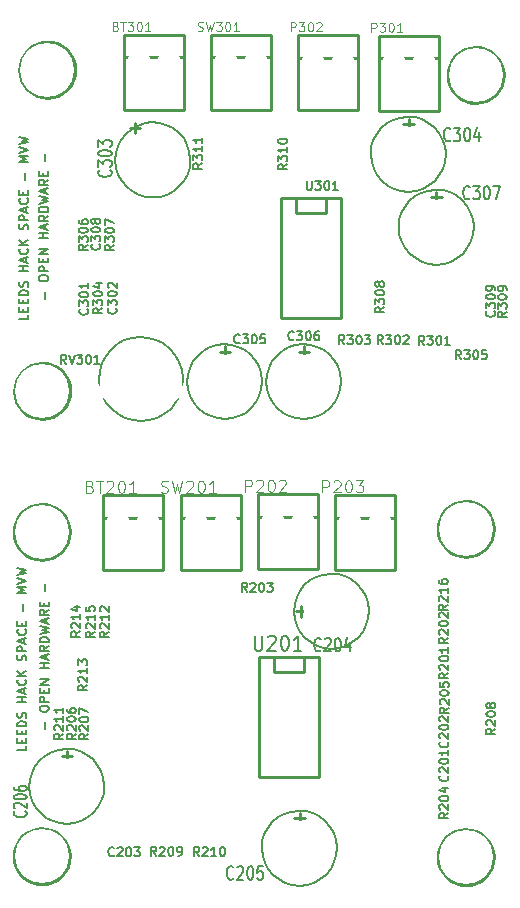
<source format=gto>
G04 (created by PCBNEW-RS274X (2012-apr-16-27)-stable) date Sat 01 Mar 2014 16:34:46 GMT*
G01*
G70*
G90*
%MOIN*%
G04 Gerber Fmt 3.4, Leading zero omitted, Abs format*
%FSLAX34Y34*%
G04 APERTURE LIST*
%ADD10C,0.006000*%
%ADD11C,0.007500*%
%ADD12C,0.015000*%
%ADD13C,0.005000*%
%ADD14C,0.010000*%
%ADD15C,0.008000*%
%ADD16C,0.003500*%
%ADD17C,0.011300*%
%ADD18C,0.180000*%
%ADD19R,0.080000X0.100000*%
%ADD20R,0.100000X0.080000*%
%ADD21R,0.075000X0.075000*%
%ADD22C,0.075000*%
%ADD23O,0.079300X0.138700*%
%ADD24R,0.080000X0.080000*%
%ADD25C,0.080000*%
G04 APERTURE END LIST*
G54D10*
G54D11*
X57357Y-41514D02*
X57357Y-41285D01*
X57171Y-40856D02*
X57171Y-40799D01*
X57186Y-40771D01*
X57214Y-40742D01*
X57271Y-40728D01*
X57371Y-40728D01*
X57429Y-40742D01*
X57457Y-40771D01*
X57471Y-40799D01*
X57471Y-40856D01*
X57457Y-40885D01*
X57429Y-40914D01*
X57371Y-40928D01*
X57271Y-40928D01*
X57214Y-40914D01*
X57186Y-40885D01*
X57171Y-40856D01*
X57471Y-40600D02*
X57171Y-40600D01*
X57171Y-40485D01*
X57186Y-40457D01*
X57200Y-40442D01*
X57229Y-40428D01*
X57271Y-40428D01*
X57300Y-40442D01*
X57314Y-40457D01*
X57329Y-40485D01*
X57329Y-40600D01*
X57314Y-40300D02*
X57314Y-40200D01*
X57471Y-40157D02*
X57471Y-40300D01*
X57171Y-40300D01*
X57171Y-40157D01*
X57471Y-40029D02*
X57171Y-40029D01*
X57471Y-39857D01*
X57171Y-39857D01*
X57471Y-39486D02*
X57171Y-39486D01*
X57314Y-39486D02*
X57314Y-39314D01*
X57471Y-39314D02*
X57171Y-39314D01*
X57386Y-39186D02*
X57386Y-39043D01*
X57471Y-39214D02*
X57171Y-39114D01*
X57471Y-39014D01*
X57471Y-38743D02*
X57329Y-38843D01*
X57471Y-38915D02*
X57171Y-38915D01*
X57171Y-38800D01*
X57186Y-38772D01*
X57200Y-38757D01*
X57229Y-38743D01*
X57271Y-38743D01*
X57300Y-38757D01*
X57314Y-38772D01*
X57329Y-38800D01*
X57329Y-38915D01*
X57471Y-38615D02*
X57171Y-38615D01*
X57171Y-38543D01*
X57186Y-38500D01*
X57214Y-38472D01*
X57243Y-38457D01*
X57300Y-38443D01*
X57343Y-38443D01*
X57400Y-38457D01*
X57429Y-38472D01*
X57457Y-38500D01*
X57471Y-38543D01*
X57471Y-38615D01*
X57171Y-38343D02*
X57471Y-38272D01*
X57257Y-38215D01*
X57471Y-38157D01*
X57171Y-38086D01*
X57386Y-37986D02*
X57386Y-37843D01*
X57471Y-38014D02*
X57171Y-37914D01*
X57471Y-37814D01*
X57471Y-37543D02*
X57329Y-37643D01*
X57471Y-37715D02*
X57171Y-37715D01*
X57171Y-37600D01*
X57186Y-37572D01*
X57200Y-37557D01*
X57229Y-37543D01*
X57271Y-37543D01*
X57300Y-37557D01*
X57314Y-37572D01*
X57329Y-37600D01*
X57329Y-37715D01*
X57314Y-37415D02*
X57314Y-37315D01*
X57471Y-37272D02*
X57471Y-37415D01*
X57171Y-37415D01*
X57171Y-37272D01*
X57357Y-36915D02*
X57357Y-36686D01*
X57339Y-27164D02*
X57339Y-26935D01*
X57153Y-26506D02*
X57153Y-26449D01*
X57168Y-26421D01*
X57196Y-26392D01*
X57253Y-26378D01*
X57353Y-26378D01*
X57411Y-26392D01*
X57439Y-26421D01*
X57453Y-26449D01*
X57453Y-26506D01*
X57439Y-26535D01*
X57411Y-26564D01*
X57353Y-26578D01*
X57253Y-26578D01*
X57196Y-26564D01*
X57168Y-26535D01*
X57153Y-26506D01*
X57453Y-26250D02*
X57153Y-26250D01*
X57153Y-26135D01*
X57168Y-26107D01*
X57182Y-26092D01*
X57211Y-26078D01*
X57253Y-26078D01*
X57282Y-26092D01*
X57296Y-26107D01*
X57311Y-26135D01*
X57311Y-26250D01*
X57296Y-25950D02*
X57296Y-25850D01*
X57453Y-25807D02*
X57453Y-25950D01*
X57153Y-25950D01*
X57153Y-25807D01*
X57453Y-25679D02*
X57153Y-25679D01*
X57453Y-25507D01*
X57153Y-25507D01*
X57453Y-25136D02*
X57153Y-25136D01*
X57296Y-25136D02*
X57296Y-24964D01*
X57453Y-24964D02*
X57153Y-24964D01*
X57368Y-24836D02*
X57368Y-24693D01*
X57453Y-24864D02*
X57153Y-24764D01*
X57453Y-24664D01*
X57453Y-24393D02*
X57311Y-24493D01*
X57453Y-24565D02*
X57153Y-24565D01*
X57153Y-24450D01*
X57168Y-24422D01*
X57182Y-24407D01*
X57211Y-24393D01*
X57253Y-24393D01*
X57282Y-24407D01*
X57296Y-24422D01*
X57311Y-24450D01*
X57311Y-24565D01*
X57453Y-24265D02*
X57153Y-24265D01*
X57153Y-24193D01*
X57168Y-24150D01*
X57196Y-24122D01*
X57225Y-24107D01*
X57282Y-24093D01*
X57325Y-24093D01*
X57382Y-24107D01*
X57411Y-24122D01*
X57439Y-24150D01*
X57453Y-24193D01*
X57453Y-24265D01*
X57153Y-23993D02*
X57453Y-23922D01*
X57239Y-23865D01*
X57453Y-23807D01*
X57153Y-23736D01*
X57368Y-23636D02*
X57368Y-23493D01*
X57453Y-23664D02*
X57153Y-23564D01*
X57453Y-23464D01*
X57453Y-23193D02*
X57311Y-23293D01*
X57453Y-23365D02*
X57153Y-23365D01*
X57153Y-23250D01*
X57168Y-23222D01*
X57182Y-23207D01*
X57211Y-23193D01*
X57253Y-23193D01*
X57282Y-23207D01*
X57296Y-23222D01*
X57311Y-23250D01*
X57311Y-23365D01*
X57296Y-23065D02*
X57296Y-22965D01*
X57453Y-22922D02*
X57453Y-23065D01*
X57153Y-23065D01*
X57153Y-22922D01*
X57339Y-22565D02*
X57339Y-22336D01*
X56793Y-27695D02*
X56793Y-27838D01*
X56493Y-27838D01*
X56636Y-27595D02*
X56636Y-27495D01*
X56793Y-27452D02*
X56793Y-27595D01*
X56493Y-27595D01*
X56493Y-27452D01*
X56636Y-27324D02*
X56636Y-27224D01*
X56793Y-27181D02*
X56793Y-27324D01*
X56493Y-27324D01*
X56493Y-27181D01*
X56793Y-27053D02*
X56493Y-27053D01*
X56493Y-26981D01*
X56508Y-26938D01*
X56536Y-26910D01*
X56565Y-26895D01*
X56622Y-26881D01*
X56665Y-26881D01*
X56722Y-26895D01*
X56751Y-26910D01*
X56779Y-26938D01*
X56793Y-26981D01*
X56793Y-27053D01*
X56779Y-26767D02*
X56793Y-26724D01*
X56793Y-26653D01*
X56779Y-26624D01*
X56765Y-26610D01*
X56736Y-26595D01*
X56708Y-26595D01*
X56679Y-26610D01*
X56665Y-26624D01*
X56651Y-26653D01*
X56636Y-26710D01*
X56622Y-26738D01*
X56608Y-26753D01*
X56579Y-26767D01*
X56551Y-26767D01*
X56522Y-26753D01*
X56508Y-26738D01*
X56493Y-26710D01*
X56493Y-26638D01*
X56508Y-26595D01*
X56793Y-26238D02*
X56493Y-26238D01*
X56636Y-26238D02*
X56636Y-26066D01*
X56793Y-26066D02*
X56493Y-26066D01*
X56708Y-25938D02*
X56708Y-25795D01*
X56793Y-25966D02*
X56493Y-25866D01*
X56793Y-25766D01*
X56765Y-25495D02*
X56779Y-25509D01*
X56793Y-25552D01*
X56793Y-25581D01*
X56779Y-25624D01*
X56751Y-25652D01*
X56722Y-25667D01*
X56665Y-25681D01*
X56622Y-25681D01*
X56565Y-25667D01*
X56536Y-25652D01*
X56508Y-25624D01*
X56493Y-25581D01*
X56493Y-25552D01*
X56508Y-25509D01*
X56522Y-25495D01*
X56793Y-25367D02*
X56493Y-25367D01*
X56793Y-25195D02*
X56622Y-25324D01*
X56493Y-25195D02*
X56665Y-25367D01*
X56779Y-24852D02*
X56793Y-24809D01*
X56793Y-24738D01*
X56779Y-24709D01*
X56765Y-24695D01*
X56736Y-24680D01*
X56708Y-24680D01*
X56679Y-24695D01*
X56665Y-24709D01*
X56651Y-24738D01*
X56636Y-24795D01*
X56622Y-24823D01*
X56608Y-24838D01*
X56579Y-24852D01*
X56551Y-24852D01*
X56522Y-24838D01*
X56508Y-24823D01*
X56493Y-24795D01*
X56493Y-24723D01*
X56508Y-24680D01*
X56793Y-24552D02*
X56493Y-24552D01*
X56493Y-24437D01*
X56508Y-24409D01*
X56522Y-24394D01*
X56551Y-24380D01*
X56593Y-24380D01*
X56622Y-24394D01*
X56636Y-24409D01*
X56651Y-24437D01*
X56651Y-24552D01*
X56708Y-24266D02*
X56708Y-24123D01*
X56793Y-24294D02*
X56493Y-24194D01*
X56793Y-24094D01*
X56765Y-23823D02*
X56779Y-23837D01*
X56793Y-23880D01*
X56793Y-23909D01*
X56779Y-23952D01*
X56751Y-23980D01*
X56722Y-23995D01*
X56665Y-24009D01*
X56622Y-24009D01*
X56565Y-23995D01*
X56536Y-23980D01*
X56508Y-23952D01*
X56493Y-23909D01*
X56493Y-23880D01*
X56508Y-23837D01*
X56522Y-23823D01*
X56636Y-23695D02*
X56636Y-23595D01*
X56793Y-23552D02*
X56793Y-23695D01*
X56493Y-23695D01*
X56493Y-23552D01*
X56679Y-23195D02*
X56679Y-22966D01*
X56793Y-22595D02*
X56493Y-22595D01*
X56708Y-22495D01*
X56493Y-22395D01*
X56793Y-22395D01*
X56493Y-22294D02*
X56793Y-22194D01*
X56493Y-22094D01*
X56493Y-22023D02*
X56793Y-21952D01*
X56579Y-21895D01*
X56793Y-21837D01*
X56493Y-21766D01*
X56727Y-42061D02*
X56727Y-42204D01*
X56427Y-42204D01*
X56570Y-41961D02*
X56570Y-41861D01*
X56727Y-41818D02*
X56727Y-41961D01*
X56427Y-41961D01*
X56427Y-41818D01*
X56570Y-41690D02*
X56570Y-41590D01*
X56727Y-41547D02*
X56727Y-41690D01*
X56427Y-41690D01*
X56427Y-41547D01*
X56727Y-41419D02*
X56427Y-41419D01*
X56427Y-41347D01*
X56442Y-41304D01*
X56470Y-41276D01*
X56499Y-41261D01*
X56556Y-41247D01*
X56599Y-41247D01*
X56656Y-41261D01*
X56685Y-41276D01*
X56713Y-41304D01*
X56727Y-41347D01*
X56727Y-41419D01*
X56713Y-41133D02*
X56727Y-41090D01*
X56727Y-41019D01*
X56713Y-40990D01*
X56699Y-40976D01*
X56670Y-40961D01*
X56642Y-40961D01*
X56613Y-40976D01*
X56599Y-40990D01*
X56585Y-41019D01*
X56570Y-41076D01*
X56556Y-41104D01*
X56542Y-41119D01*
X56513Y-41133D01*
X56485Y-41133D01*
X56456Y-41119D01*
X56442Y-41104D01*
X56427Y-41076D01*
X56427Y-41004D01*
X56442Y-40961D01*
X56727Y-40604D02*
X56427Y-40604D01*
X56570Y-40604D02*
X56570Y-40432D01*
X56727Y-40432D02*
X56427Y-40432D01*
X56642Y-40304D02*
X56642Y-40161D01*
X56727Y-40332D02*
X56427Y-40232D01*
X56727Y-40132D01*
X56699Y-39861D02*
X56713Y-39875D01*
X56727Y-39918D01*
X56727Y-39947D01*
X56713Y-39990D01*
X56685Y-40018D01*
X56656Y-40033D01*
X56599Y-40047D01*
X56556Y-40047D01*
X56499Y-40033D01*
X56470Y-40018D01*
X56442Y-39990D01*
X56427Y-39947D01*
X56427Y-39918D01*
X56442Y-39875D01*
X56456Y-39861D01*
X56727Y-39733D02*
X56427Y-39733D01*
X56727Y-39561D02*
X56556Y-39690D01*
X56427Y-39561D02*
X56599Y-39733D01*
X56713Y-39218D02*
X56727Y-39175D01*
X56727Y-39104D01*
X56713Y-39075D01*
X56699Y-39061D01*
X56670Y-39046D01*
X56642Y-39046D01*
X56613Y-39061D01*
X56599Y-39075D01*
X56585Y-39104D01*
X56570Y-39161D01*
X56556Y-39189D01*
X56542Y-39204D01*
X56513Y-39218D01*
X56485Y-39218D01*
X56456Y-39204D01*
X56442Y-39189D01*
X56427Y-39161D01*
X56427Y-39089D01*
X56442Y-39046D01*
X56727Y-38918D02*
X56427Y-38918D01*
X56427Y-38803D01*
X56442Y-38775D01*
X56456Y-38760D01*
X56485Y-38746D01*
X56527Y-38746D01*
X56556Y-38760D01*
X56570Y-38775D01*
X56585Y-38803D01*
X56585Y-38918D01*
X56642Y-38632D02*
X56642Y-38489D01*
X56727Y-38660D02*
X56427Y-38560D01*
X56727Y-38460D01*
X56699Y-38189D02*
X56713Y-38203D01*
X56727Y-38246D01*
X56727Y-38275D01*
X56713Y-38318D01*
X56685Y-38346D01*
X56656Y-38361D01*
X56599Y-38375D01*
X56556Y-38375D01*
X56499Y-38361D01*
X56470Y-38346D01*
X56442Y-38318D01*
X56427Y-38275D01*
X56427Y-38246D01*
X56442Y-38203D01*
X56456Y-38189D01*
X56570Y-38061D02*
X56570Y-37961D01*
X56727Y-37918D02*
X56727Y-38061D01*
X56427Y-38061D01*
X56427Y-37918D01*
X56613Y-37561D02*
X56613Y-37332D01*
X56727Y-36961D02*
X56427Y-36961D01*
X56642Y-36861D01*
X56427Y-36761D01*
X56727Y-36761D01*
X56427Y-36660D02*
X56727Y-36560D01*
X56427Y-36460D01*
X56427Y-36389D02*
X56727Y-36318D01*
X56513Y-36261D01*
X56727Y-36203D01*
X56427Y-36132D01*
G54D12*
X58140Y-34940D02*
X58122Y-35114D01*
X58072Y-35282D01*
X57989Y-35438D01*
X57878Y-35574D01*
X57743Y-35686D01*
X57588Y-35769D01*
X57420Y-35821D01*
X57246Y-35839D01*
X57072Y-35824D01*
X56903Y-35774D01*
X56748Y-35693D01*
X56611Y-35583D01*
X56498Y-35448D01*
X56413Y-35294D01*
X56360Y-35127D01*
X56341Y-34952D01*
X56355Y-34778D01*
X56404Y-34609D01*
X56484Y-34453D01*
X56593Y-34315D01*
X56727Y-34201D01*
X56880Y-34116D01*
X57047Y-34061D01*
X57222Y-34041D01*
X57396Y-34054D01*
X57565Y-34101D01*
X57722Y-34181D01*
X57860Y-34289D01*
X57975Y-34422D01*
X58062Y-34574D01*
X58117Y-34741D01*
X58139Y-34915D01*
X58140Y-34940D01*
G54D13*
X68280Y-42230D02*
X68280Y-43130D01*
X68280Y-43130D02*
X68930Y-43130D01*
X69630Y-42230D02*
X70280Y-42230D01*
X70280Y-42230D02*
X70280Y-43130D01*
X70280Y-43130D02*
X69630Y-43130D01*
X68930Y-42230D02*
X68280Y-42230D01*
X62410Y-45240D02*
X63310Y-45240D01*
X63310Y-45240D02*
X63310Y-44590D01*
X62410Y-43890D02*
X62410Y-43240D01*
X62410Y-43240D02*
X63310Y-43240D01*
X63310Y-43240D02*
X63310Y-43890D01*
X62410Y-44590D02*
X62410Y-45240D01*
X61830Y-43240D02*
X60930Y-43240D01*
X60930Y-43240D02*
X60930Y-43890D01*
X61830Y-44590D02*
X61830Y-45240D01*
X61830Y-45240D02*
X60930Y-45240D01*
X60930Y-45240D02*
X60930Y-44590D01*
X61830Y-43890D02*
X61830Y-43240D01*
X70940Y-42090D02*
X71840Y-42090D01*
X71840Y-42090D02*
X71840Y-41440D01*
X70940Y-40740D02*
X70940Y-40090D01*
X70940Y-40090D02*
X71840Y-40090D01*
X71840Y-40090D02*
X71840Y-40740D01*
X70940Y-41440D02*
X70940Y-42090D01*
X61320Y-42350D02*
X62220Y-42350D01*
X62220Y-42350D02*
X62220Y-41700D01*
X61320Y-41000D02*
X61320Y-40350D01*
X61320Y-40350D02*
X62220Y-40350D01*
X62220Y-40350D02*
X62220Y-41000D01*
X61320Y-41700D02*
X61320Y-42350D01*
X60130Y-42350D02*
X61030Y-42350D01*
X61030Y-42350D02*
X61030Y-41700D01*
X60130Y-41000D02*
X60130Y-40350D01*
X60130Y-40350D02*
X61030Y-40350D01*
X61030Y-40350D02*
X61030Y-41000D01*
X60130Y-41700D02*
X60130Y-42350D01*
X70280Y-40970D02*
X70280Y-40070D01*
X70280Y-40070D02*
X69630Y-40070D01*
X68930Y-40970D02*
X68280Y-40970D01*
X68280Y-40970D02*
X68280Y-40070D01*
X68280Y-40070D02*
X68930Y-40070D01*
X69630Y-40970D02*
X70280Y-40970D01*
X68300Y-43530D02*
X68300Y-44430D01*
X68300Y-44430D02*
X68950Y-44430D01*
X69650Y-43530D02*
X70300Y-43530D01*
X70300Y-43530D02*
X70300Y-44430D01*
X70300Y-44430D02*
X69650Y-44430D01*
X68950Y-43530D02*
X68300Y-43530D01*
X65410Y-38000D02*
X65410Y-37100D01*
X65410Y-37100D02*
X64760Y-37100D01*
X64060Y-38000D02*
X63410Y-38000D01*
X63410Y-38000D02*
X63410Y-37100D01*
X63410Y-37100D02*
X64060Y-37100D01*
X64760Y-38000D02*
X65410Y-38000D01*
X70300Y-38630D02*
X70300Y-37730D01*
X70300Y-37730D02*
X69650Y-37730D01*
X68950Y-38630D02*
X68300Y-38630D01*
X68300Y-38630D02*
X68300Y-37730D01*
X68300Y-37730D02*
X68950Y-37730D01*
X69650Y-38630D02*
X70300Y-38630D01*
X68300Y-38990D02*
X68300Y-39890D01*
X68300Y-39890D02*
X68950Y-39890D01*
X69650Y-38990D02*
X70300Y-38990D01*
X70300Y-38990D02*
X70300Y-39890D01*
X70300Y-39890D02*
X69650Y-39890D01*
X68950Y-38990D02*
X68300Y-38990D01*
X59630Y-45220D02*
X60530Y-45220D01*
X60530Y-45220D02*
X60530Y-44570D01*
X59630Y-43870D02*
X59630Y-43220D01*
X59630Y-43220D02*
X60530Y-43220D01*
X60530Y-43220D02*
X60530Y-43870D01*
X59630Y-44570D02*
X59630Y-45220D01*
X68300Y-41130D02*
X68300Y-42030D01*
X68300Y-42030D02*
X68950Y-42030D01*
X69650Y-41130D02*
X70300Y-41130D01*
X70300Y-41130D02*
X70300Y-42030D01*
X70300Y-42030D02*
X69650Y-42030D01*
X68950Y-41130D02*
X68300Y-41130D01*
G54D14*
X65980Y-39100D02*
X65980Y-39600D01*
X65980Y-39600D02*
X64980Y-39600D01*
X64980Y-39600D02*
X64980Y-39100D01*
X66480Y-39100D02*
X66480Y-43100D01*
X66480Y-43100D02*
X64480Y-43100D01*
X64480Y-43100D02*
X64480Y-39100D01*
X64480Y-39100D02*
X66480Y-39100D01*
X66440Y-34440D02*
X64440Y-34440D01*
X66440Y-36190D02*
X64440Y-36190D01*
X64440Y-33690D02*
X66440Y-33690D01*
X64440Y-33690D02*
X64440Y-36190D01*
X66440Y-33690D02*
X66440Y-36190D01*
X69020Y-34460D02*
X67020Y-34460D01*
X69020Y-36210D02*
X67020Y-36210D01*
X67020Y-33710D02*
X69020Y-33710D01*
X67020Y-33710D02*
X67020Y-36210D01*
X69020Y-33710D02*
X69020Y-36210D01*
G54D13*
X59910Y-40360D02*
X59010Y-40360D01*
X59010Y-40360D02*
X59010Y-41010D01*
X59910Y-41710D02*
X59910Y-42360D01*
X59910Y-42360D02*
X59010Y-42360D01*
X59010Y-42360D02*
X59010Y-41710D01*
X59910Y-41010D02*
X59910Y-40360D01*
X60020Y-25980D02*
X60920Y-25980D01*
X60920Y-25980D02*
X60920Y-25330D01*
X60020Y-24630D02*
X60020Y-23980D01*
X60020Y-23980D02*
X60920Y-23980D01*
X60920Y-23980D02*
X60920Y-24630D01*
X60020Y-25330D02*
X60020Y-25980D01*
X71100Y-31350D02*
X72000Y-31350D01*
X72000Y-31350D02*
X72000Y-30700D01*
X71100Y-30000D02*
X71100Y-29350D01*
X71100Y-29350D02*
X72000Y-29350D01*
X72000Y-29350D02*
X72000Y-30000D01*
X71100Y-30700D02*
X71100Y-31350D01*
X62190Y-26350D02*
X61290Y-26350D01*
X61290Y-26350D02*
X61290Y-27000D01*
X62190Y-27700D02*
X62190Y-28350D01*
X62190Y-28350D02*
X61290Y-28350D01*
X61290Y-28350D02*
X61290Y-27700D01*
X62190Y-27000D02*
X62190Y-26350D01*
X68180Y-28870D02*
X67280Y-28870D01*
X67280Y-28870D02*
X67280Y-29520D01*
X68180Y-30220D02*
X68180Y-30870D01*
X68180Y-30870D02*
X67280Y-30870D01*
X67280Y-30870D02*
X67280Y-30220D01*
X68180Y-29520D02*
X68180Y-28870D01*
X69490Y-28860D02*
X68590Y-28860D01*
X68590Y-28860D02*
X68590Y-29510D01*
X69490Y-30210D02*
X69490Y-30860D01*
X69490Y-30860D02*
X68590Y-30860D01*
X68590Y-30860D02*
X68590Y-30210D01*
X69490Y-29510D02*
X69490Y-28860D01*
X70790Y-28860D02*
X69890Y-28860D01*
X69890Y-28860D02*
X69890Y-29510D01*
X70790Y-30210D02*
X70790Y-30860D01*
X70790Y-30860D02*
X69890Y-30860D01*
X69890Y-30860D02*
X69890Y-30210D01*
X70790Y-29510D02*
X70790Y-28860D01*
X70310Y-37520D02*
X70310Y-36620D01*
X70310Y-36620D02*
X69660Y-36620D01*
X68960Y-37520D02*
X68310Y-37520D01*
X68310Y-37520D02*
X68310Y-36620D01*
X68310Y-36620D02*
X68960Y-36620D01*
X69660Y-37520D02*
X70310Y-37520D01*
X60900Y-39010D02*
X61800Y-39010D01*
X61800Y-39010D02*
X61800Y-38360D01*
X60900Y-37660D02*
X60900Y-37010D01*
X60900Y-37010D02*
X61800Y-37010D01*
X61800Y-37010D02*
X61800Y-37660D01*
X60900Y-38360D02*
X60900Y-39010D01*
X60640Y-37020D02*
X59740Y-37020D01*
X59740Y-37020D02*
X59740Y-37670D01*
X60640Y-38370D02*
X60640Y-39020D01*
X60640Y-39020D02*
X59740Y-39020D01*
X59740Y-39020D02*
X59740Y-38370D01*
X60640Y-37670D02*
X60640Y-37020D01*
X59030Y-39260D02*
X59030Y-40160D01*
X59030Y-40160D02*
X59680Y-40160D01*
X60380Y-39260D02*
X61030Y-39260D01*
X61030Y-39260D02*
X61030Y-40160D01*
X61030Y-40160D02*
X60380Y-40160D01*
X59680Y-39260D02*
X59030Y-39260D01*
X62080Y-39020D02*
X62980Y-39020D01*
X62980Y-39020D02*
X62980Y-38370D01*
X62080Y-37670D02*
X62080Y-37020D01*
X62080Y-37020D02*
X62980Y-37020D01*
X62980Y-37020D02*
X62980Y-37670D01*
X62080Y-38370D02*
X62080Y-39020D01*
X62500Y-26010D02*
X63400Y-26010D01*
X63400Y-26010D02*
X63400Y-25360D01*
X62500Y-24660D02*
X62500Y-24010D01*
X62500Y-24010D02*
X63400Y-24010D01*
X63400Y-24010D02*
X63400Y-24660D01*
X62500Y-25360D02*
X62500Y-26010D01*
X68840Y-28130D02*
X69740Y-28130D01*
X69740Y-28130D02*
X69740Y-27480D01*
X68840Y-26780D02*
X68840Y-26130D01*
X68840Y-26130D02*
X69740Y-26130D01*
X69740Y-26130D02*
X69740Y-26780D01*
X68840Y-27480D02*
X68840Y-28130D01*
X71910Y-26130D02*
X71010Y-26130D01*
X71010Y-26130D02*
X71010Y-26780D01*
X71910Y-27480D02*
X71910Y-28130D01*
X71910Y-28130D02*
X71010Y-28130D01*
X71010Y-28130D02*
X71010Y-27480D01*
X71910Y-26780D02*
X71910Y-26130D01*
X64930Y-21340D02*
X64030Y-21340D01*
X64030Y-21340D02*
X64030Y-21990D01*
X64930Y-22690D02*
X64930Y-23340D01*
X64930Y-23340D02*
X64030Y-23340D01*
X64030Y-23340D02*
X64030Y-22690D01*
X64930Y-21990D02*
X64930Y-21340D01*
X62770Y-23340D02*
X63670Y-23340D01*
X63670Y-23340D02*
X63670Y-22690D01*
X62770Y-21990D02*
X62770Y-21340D01*
X62770Y-21340D02*
X63670Y-21340D01*
X63670Y-21340D02*
X63670Y-21990D01*
X62770Y-22690D02*
X62770Y-23340D01*
X63420Y-26320D02*
X62520Y-26320D01*
X62520Y-26320D02*
X62520Y-26970D01*
X63420Y-27670D02*
X63420Y-28320D01*
X63420Y-28320D02*
X62520Y-28320D01*
X62520Y-28320D02*
X62520Y-27670D01*
X63420Y-26970D02*
X63420Y-26320D01*
X59990Y-28270D02*
X60890Y-28270D01*
X60890Y-28270D02*
X60890Y-27620D01*
X59990Y-26920D02*
X59990Y-26270D01*
X59990Y-26270D02*
X60890Y-26270D01*
X60890Y-26270D02*
X60890Y-26920D01*
X59990Y-27620D02*
X59990Y-28270D01*
G54D14*
X61300Y-34470D02*
X59300Y-34470D01*
X61300Y-36220D02*
X59300Y-36220D01*
X59300Y-33720D02*
X61300Y-33720D01*
X59300Y-33720D02*
X59300Y-36220D01*
X61300Y-33720D02*
X61300Y-36220D01*
X63890Y-34470D02*
X61890Y-34470D01*
X63890Y-36220D02*
X61890Y-36220D01*
X61890Y-33720D02*
X63890Y-33720D01*
X61890Y-33720D02*
X61890Y-36220D01*
X63890Y-33720D02*
X63890Y-36220D01*
X64880Y-19120D02*
X62880Y-19120D01*
X64880Y-20870D02*
X62880Y-20870D01*
X62880Y-18370D02*
X64880Y-18370D01*
X62880Y-18370D02*
X62880Y-20870D01*
X64880Y-18370D02*
X64880Y-20870D01*
X70490Y-19150D02*
X68490Y-19150D01*
X70490Y-20900D02*
X68490Y-20900D01*
X68490Y-18400D02*
X70490Y-18400D01*
X68490Y-18400D02*
X68490Y-20900D01*
X70490Y-18400D02*
X70490Y-20900D01*
X61980Y-19120D02*
X59980Y-19120D01*
X61980Y-20870D02*
X59980Y-20870D01*
X59980Y-18370D02*
X61980Y-18370D01*
X59980Y-18370D02*
X59980Y-20870D01*
X61980Y-18370D02*
X61980Y-20870D01*
X66720Y-23825D02*
X66720Y-24325D01*
X66720Y-24325D02*
X65720Y-24325D01*
X65720Y-24325D02*
X65720Y-23825D01*
X67220Y-23825D02*
X67220Y-27825D01*
X67220Y-27825D02*
X65220Y-27825D01*
X65220Y-27825D02*
X65220Y-23825D01*
X65220Y-23825D02*
X67220Y-23825D01*
G54D13*
X71640Y-24780D02*
X71616Y-25022D01*
X71545Y-25256D01*
X71431Y-25471D01*
X71276Y-25660D01*
X71088Y-25816D01*
X70874Y-25932D01*
X70641Y-26004D01*
X70398Y-26029D01*
X70156Y-26007D01*
X69922Y-25938D01*
X69706Y-25825D01*
X69516Y-25673D01*
X69359Y-25486D01*
X69242Y-25272D01*
X69168Y-25039D01*
X69141Y-24797D01*
X69161Y-24555D01*
X69228Y-24320D01*
X69340Y-24103D01*
X69491Y-23912D01*
X69677Y-23754D01*
X69890Y-23635D01*
X70122Y-23560D01*
X70364Y-23531D01*
X70607Y-23549D01*
X70842Y-23615D01*
X71059Y-23725D01*
X71252Y-23875D01*
X71411Y-24060D01*
X71531Y-24272D01*
X71608Y-24504D01*
X71639Y-24746D01*
X71640Y-24780D01*
X67220Y-29930D02*
X67196Y-30172D01*
X67125Y-30406D01*
X67011Y-30621D01*
X66856Y-30810D01*
X66668Y-30966D01*
X66454Y-31082D01*
X66221Y-31154D01*
X65978Y-31179D01*
X65736Y-31157D01*
X65502Y-31088D01*
X65286Y-30975D01*
X65096Y-30823D01*
X64939Y-30636D01*
X64822Y-30422D01*
X64748Y-30189D01*
X64721Y-29947D01*
X64741Y-29705D01*
X64808Y-29470D01*
X64920Y-29253D01*
X65071Y-29062D01*
X65257Y-28904D01*
X65470Y-28785D01*
X65702Y-28710D01*
X65944Y-28681D01*
X66187Y-28699D01*
X66422Y-28765D01*
X66639Y-28875D01*
X66832Y-29025D01*
X66991Y-29210D01*
X67111Y-29422D01*
X67188Y-29654D01*
X67219Y-29896D01*
X67220Y-29930D01*
X64590Y-29930D02*
X64566Y-30172D01*
X64495Y-30406D01*
X64381Y-30621D01*
X64226Y-30810D01*
X64038Y-30966D01*
X63824Y-31082D01*
X63591Y-31154D01*
X63348Y-31179D01*
X63106Y-31157D01*
X62872Y-31088D01*
X62656Y-30975D01*
X62466Y-30823D01*
X62309Y-30636D01*
X62192Y-30422D01*
X62118Y-30189D01*
X62091Y-29947D01*
X62111Y-29705D01*
X62178Y-29470D01*
X62290Y-29253D01*
X62441Y-29062D01*
X62627Y-28904D01*
X62840Y-28785D01*
X63072Y-28710D01*
X63314Y-28681D01*
X63557Y-28699D01*
X63792Y-28765D01*
X64009Y-28875D01*
X64202Y-29025D01*
X64361Y-29210D01*
X64481Y-29422D01*
X64558Y-29654D01*
X64589Y-29896D01*
X64590Y-29930D01*
X70710Y-22350D02*
X70686Y-22592D01*
X70615Y-22826D01*
X70501Y-23041D01*
X70346Y-23230D01*
X70158Y-23386D01*
X69944Y-23502D01*
X69711Y-23574D01*
X69468Y-23599D01*
X69226Y-23577D01*
X68992Y-23508D01*
X68776Y-23395D01*
X68586Y-23243D01*
X68429Y-23056D01*
X68312Y-22842D01*
X68238Y-22609D01*
X68211Y-22367D01*
X68231Y-22125D01*
X68298Y-21890D01*
X68410Y-21673D01*
X68561Y-21482D01*
X68747Y-21324D01*
X68960Y-21205D01*
X69192Y-21130D01*
X69434Y-21101D01*
X69677Y-21119D01*
X69912Y-21185D01*
X70129Y-21295D01*
X70322Y-21445D01*
X70481Y-21630D01*
X70601Y-21842D01*
X70678Y-22074D01*
X70709Y-22316D01*
X70710Y-22350D01*
X62200Y-22540D02*
X62176Y-22782D01*
X62105Y-23016D01*
X61991Y-23231D01*
X61836Y-23420D01*
X61648Y-23576D01*
X61434Y-23692D01*
X61201Y-23764D01*
X60958Y-23789D01*
X60716Y-23767D01*
X60482Y-23698D01*
X60266Y-23585D01*
X60076Y-23433D01*
X59919Y-23246D01*
X59802Y-23032D01*
X59728Y-22799D01*
X59701Y-22557D01*
X59721Y-22315D01*
X59788Y-22080D01*
X59900Y-21863D01*
X60051Y-21672D01*
X60237Y-21514D01*
X60450Y-21395D01*
X60682Y-21320D01*
X60924Y-21291D01*
X61167Y-21309D01*
X61402Y-21375D01*
X61619Y-21485D01*
X61812Y-21635D01*
X61971Y-21820D01*
X62091Y-22032D01*
X62168Y-22264D01*
X62199Y-22506D01*
X62200Y-22540D01*
X68150Y-37580D02*
X68126Y-37822D01*
X68055Y-38056D01*
X67941Y-38271D01*
X67786Y-38460D01*
X67598Y-38616D01*
X67384Y-38732D01*
X67151Y-38804D01*
X66908Y-38829D01*
X66666Y-38807D01*
X66432Y-38738D01*
X66216Y-38625D01*
X66026Y-38473D01*
X65869Y-38286D01*
X65752Y-38072D01*
X65678Y-37839D01*
X65651Y-37597D01*
X65671Y-37355D01*
X65738Y-37120D01*
X65850Y-36903D01*
X66001Y-36712D01*
X66187Y-36554D01*
X66400Y-36435D01*
X66632Y-36360D01*
X66874Y-36331D01*
X67117Y-36349D01*
X67352Y-36415D01*
X67569Y-36525D01*
X67762Y-36675D01*
X67921Y-36860D01*
X68041Y-37072D01*
X68118Y-37304D01*
X68149Y-37546D01*
X68150Y-37580D01*
G54D14*
X67800Y-19130D02*
X65800Y-19130D01*
X67800Y-20880D02*
X65800Y-20880D01*
X65800Y-18380D02*
X67800Y-18380D01*
X65800Y-18380D02*
X65800Y-20880D01*
X67800Y-18380D02*
X67800Y-20880D01*
G54D15*
X61950Y-29840D02*
X61923Y-30111D01*
X61844Y-30373D01*
X61716Y-30614D01*
X61543Y-30826D01*
X61332Y-31000D01*
X61092Y-31130D01*
X60831Y-31211D01*
X60559Y-31239D01*
X60288Y-31215D01*
X60026Y-31138D01*
X59784Y-31011D01*
X59571Y-30840D01*
X59395Y-30630D01*
X59264Y-30391D01*
X59181Y-30131D01*
X59151Y-29859D01*
X59173Y-29588D01*
X59249Y-29325D01*
X59374Y-29082D01*
X59543Y-28868D01*
X59752Y-28691D01*
X59990Y-28558D01*
X60250Y-28473D01*
X60521Y-28441D01*
X60793Y-28462D01*
X61056Y-28535D01*
X61300Y-28658D01*
X61515Y-28827D01*
X61694Y-29033D01*
X61828Y-29271D01*
X61915Y-29530D01*
X61949Y-29801D01*
X61950Y-29840D01*
G54D12*
X72280Y-45780D02*
X72262Y-45954D01*
X72212Y-46122D01*
X72129Y-46278D01*
X72018Y-46414D01*
X71883Y-46526D01*
X71728Y-46609D01*
X71560Y-46661D01*
X71386Y-46679D01*
X71212Y-46664D01*
X71043Y-46614D01*
X70888Y-46533D01*
X70751Y-46423D01*
X70638Y-46288D01*
X70553Y-46134D01*
X70500Y-45967D01*
X70481Y-45792D01*
X70495Y-45618D01*
X70544Y-45449D01*
X70624Y-45293D01*
X70733Y-45155D01*
X70867Y-45041D01*
X71020Y-44956D01*
X71187Y-44901D01*
X71362Y-44881D01*
X71536Y-44894D01*
X71705Y-44941D01*
X71862Y-45021D01*
X72000Y-45129D01*
X72115Y-45262D01*
X72202Y-45414D01*
X72257Y-45581D01*
X72279Y-45755D01*
X72280Y-45780D01*
X72280Y-34840D02*
X72262Y-35014D01*
X72212Y-35182D01*
X72129Y-35338D01*
X72018Y-35474D01*
X71883Y-35586D01*
X71728Y-35669D01*
X71560Y-35721D01*
X71386Y-35739D01*
X71212Y-35724D01*
X71043Y-35674D01*
X70888Y-35593D01*
X70751Y-35483D01*
X70638Y-35348D01*
X70553Y-35194D01*
X70500Y-35027D01*
X70481Y-34852D01*
X70495Y-34678D01*
X70544Y-34509D01*
X70624Y-34353D01*
X70733Y-34215D01*
X70867Y-34101D01*
X71020Y-34016D01*
X71187Y-33961D01*
X71362Y-33941D01*
X71536Y-33954D01*
X71705Y-34001D01*
X71862Y-34081D01*
X72000Y-34189D01*
X72115Y-34322D01*
X72202Y-34474D01*
X72257Y-34641D01*
X72279Y-34815D01*
X72280Y-34840D01*
X58330Y-19530D02*
X58312Y-19704D01*
X58262Y-19872D01*
X58179Y-20028D01*
X58068Y-20164D01*
X57933Y-20276D01*
X57778Y-20359D01*
X57610Y-20411D01*
X57436Y-20429D01*
X57262Y-20414D01*
X57093Y-20364D01*
X56938Y-20283D01*
X56801Y-20173D01*
X56688Y-20038D01*
X56603Y-19884D01*
X56550Y-19717D01*
X56531Y-19542D01*
X56545Y-19368D01*
X56594Y-19199D01*
X56674Y-19043D01*
X56783Y-18905D01*
X56917Y-18791D01*
X57070Y-18706D01*
X57237Y-18651D01*
X57412Y-18631D01*
X57586Y-18644D01*
X57755Y-18691D01*
X57912Y-18771D01*
X58050Y-18879D01*
X58165Y-19012D01*
X58252Y-19164D01*
X58307Y-19331D01*
X58329Y-19505D01*
X58330Y-19530D01*
X58160Y-30240D02*
X58142Y-30414D01*
X58092Y-30582D01*
X58009Y-30738D01*
X57898Y-30874D01*
X57763Y-30986D01*
X57608Y-31069D01*
X57440Y-31121D01*
X57266Y-31139D01*
X57092Y-31124D01*
X56923Y-31074D01*
X56768Y-30993D01*
X56631Y-30883D01*
X56518Y-30748D01*
X56433Y-30594D01*
X56380Y-30427D01*
X56361Y-30252D01*
X56375Y-30078D01*
X56424Y-29909D01*
X56504Y-29753D01*
X56613Y-29615D01*
X56747Y-29501D01*
X56900Y-29416D01*
X57067Y-29361D01*
X57242Y-29341D01*
X57416Y-29354D01*
X57585Y-29401D01*
X57742Y-29481D01*
X57880Y-29589D01*
X57995Y-29722D01*
X58082Y-29874D01*
X58137Y-30041D01*
X58159Y-30215D01*
X58160Y-30240D01*
X72610Y-19710D02*
X72592Y-19884D01*
X72542Y-20052D01*
X72459Y-20208D01*
X72348Y-20344D01*
X72213Y-20456D01*
X72058Y-20539D01*
X71890Y-20591D01*
X71716Y-20609D01*
X71542Y-20594D01*
X71373Y-20544D01*
X71218Y-20463D01*
X71081Y-20353D01*
X70968Y-20218D01*
X70883Y-20064D01*
X70830Y-19897D01*
X70811Y-19722D01*
X70825Y-19548D01*
X70874Y-19379D01*
X70954Y-19223D01*
X71063Y-19085D01*
X71197Y-18971D01*
X71350Y-18886D01*
X71517Y-18831D01*
X71692Y-18811D01*
X71866Y-18824D01*
X72035Y-18871D01*
X72192Y-18951D01*
X72330Y-19059D01*
X72445Y-19192D01*
X72532Y-19344D01*
X72587Y-19511D01*
X72609Y-19685D01*
X72610Y-19710D01*
X58140Y-45750D02*
X58122Y-45924D01*
X58072Y-46092D01*
X57989Y-46248D01*
X57878Y-46384D01*
X57743Y-46496D01*
X57588Y-46579D01*
X57420Y-46631D01*
X57246Y-46649D01*
X57072Y-46634D01*
X56903Y-46584D01*
X56748Y-46503D01*
X56611Y-46393D01*
X56498Y-46258D01*
X56413Y-46104D01*
X56360Y-45937D01*
X56341Y-45762D01*
X56355Y-45588D01*
X56404Y-45419D01*
X56484Y-45263D01*
X56593Y-45125D01*
X56727Y-45011D01*
X56880Y-44926D01*
X57047Y-44871D01*
X57222Y-44851D01*
X57396Y-44864D01*
X57565Y-44911D01*
X57722Y-44991D01*
X57860Y-45099D01*
X57975Y-45232D01*
X58062Y-45384D01*
X58117Y-45551D01*
X58139Y-45725D01*
X58140Y-45750D01*
G54D13*
X61240Y-26010D02*
X62140Y-26010D01*
X62140Y-26010D02*
X62140Y-25360D01*
X61240Y-24660D02*
X61240Y-24010D01*
X61240Y-24010D02*
X62140Y-24010D01*
X62140Y-24010D02*
X62140Y-24660D01*
X61240Y-25360D02*
X61240Y-26010D01*
X70830Y-26130D02*
X69930Y-26130D01*
X69930Y-26130D02*
X69930Y-26780D01*
X70830Y-27480D02*
X70830Y-28130D01*
X70830Y-28130D02*
X69930Y-28130D01*
X69930Y-28130D02*
X69930Y-27480D01*
X70830Y-26780D02*
X70830Y-26130D01*
X67080Y-45480D02*
X67056Y-45722D01*
X66985Y-45956D01*
X66871Y-46171D01*
X66716Y-46360D01*
X66528Y-46516D01*
X66314Y-46632D01*
X66081Y-46704D01*
X65838Y-46729D01*
X65596Y-46707D01*
X65362Y-46638D01*
X65146Y-46525D01*
X64956Y-46373D01*
X64799Y-46186D01*
X64682Y-45972D01*
X64608Y-45739D01*
X64581Y-45497D01*
X64601Y-45255D01*
X64668Y-45020D01*
X64780Y-44803D01*
X64931Y-44612D01*
X65117Y-44454D01*
X65330Y-44335D01*
X65562Y-44260D01*
X65804Y-44231D01*
X66047Y-44249D01*
X66282Y-44315D01*
X66499Y-44425D01*
X66692Y-44575D01*
X66851Y-44760D01*
X66971Y-44972D01*
X67048Y-45204D01*
X67079Y-45446D01*
X67080Y-45480D01*
X59330Y-43420D02*
X59306Y-43662D01*
X59235Y-43896D01*
X59121Y-44111D01*
X58966Y-44300D01*
X58778Y-44456D01*
X58564Y-44572D01*
X58331Y-44644D01*
X58088Y-44669D01*
X57846Y-44647D01*
X57612Y-44578D01*
X57396Y-44465D01*
X57206Y-44313D01*
X57049Y-44126D01*
X56932Y-43912D01*
X56858Y-43679D01*
X56831Y-43437D01*
X56851Y-43195D01*
X56918Y-42960D01*
X57030Y-42743D01*
X57181Y-42552D01*
X57367Y-42394D01*
X57580Y-42275D01*
X57812Y-42200D01*
X58054Y-42171D01*
X58297Y-42189D01*
X58532Y-42255D01*
X58749Y-42365D01*
X58942Y-42515D01*
X59101Y-42700D01*
X59221Y-42912D01*
X59298Y-43144D01*
X59329Y-43386D01*
X59330Y-43420D01*
X70773Y-43066D02*
X70787Y-43080D01*
X70801Y-43123D01*
X70801Y-43152D01*
X70787Y-43195D01*
X70759Y-43223D01*
X70730Y-43238D01*
X70673Y-43252D01*
X70630Y-43252D01*
X70573Y-43238D01*
X70544Y-43223D01*
X70516Y-43195D01*
X70501Y-43152D01*
X70501Y-43123D01*
X70516Y-43080D01*
X70530Y-43066D01*
X70530Y-42952D02*
X70516Y-42938D01*
X70501Y-42909D01*
X70501Y-42838D01*
X70516Y-42809D01*
X70530Y-42795D01*
X70559Y-42780D01*
X70587Y-42780D01*
X70630Y-42795D01*
X70801Y-42966D01*
X70801Y-42780D01*
X70501Y-42594D02*
X70501Y-42566D01*
X70516Y-42537D01*
X70530Y-42523D01*
X70559Y-42509D01*
X70616Y-42494D01*
X70687Y-42494D01*
X70744Y-42509D01*
X70773Y-42523D01*
X70787Y-42537D01*
X70801Y-42566D01*
X70801Y-42594D01*
X70787Y-42623D01*
X70773Y-42637D01*
X70744Y-42652D01*
X70687Y-42666D01*
X70616Y-42666D01*
X70559Y-42652D01*
X70530Y-42637D01*
X70516Y-42623D01*
X70501Y-42594D01*
X70801Y-42208D02*
X70801Y-42380D01*
X70801Y-42294D02*
X70501Y-42294D01*
X70544Y-42323D01*
X70573Y-42351D01*
X70587Y-42380D01*
X62494Y-45741D02*
X62394Y-45599D01*
X62322Y-45741D02*
X62322Y-45441D01*
X62437Y-45441D01*
X62465Y-45456D01*
X62480Y-45470D01*
X62494Y-45499D01*
X62494Y-45541D01*
X62480Y-45570D01*
X62465Y-45584D01*
X62437Y-45599D01*
X62322Y-45599D01*
X62608Y-45470D02*
X62622Y-45456D01*
X62651Y-45441D01*
X62722Y-45441D01*
X62751Y-45456D01*
X62765Y-45470D01*
X62780Y-45499D01*
X62780Y-45527D01*
X62765Y-45570D01*
X62594Y-45741D01*
X62780Y-45741D01*
X63066Y-45741D02*
X62894Y-45741D01*
X62980Y-45741D02*
X62980Y-45441D01*
X62951Y-45484D01*
X62923Y-45513D01*
X62894Y-45527D01*
X63252Y-45441D02*
X63280Y-45441D01*
X63309Y-45456D01*
X63323Y-45470D01*
X63337Y-45499D01*
X63352Y-45556D01*
X63352Y-45627D01*
X63337Y-45684D01*
X63323Y-45713D01*
X63309Y-45727D01*
X63280Y-45741D01*
X63252Y-45741D01*
X63223Y-45727D01*
X63209Y-45713D01*
X63194Y-45684D01*
X63180Y-45627D01*
X63180Y-45556D01*
X63194Y-45499D01*
X63209Y-45470D01*
X63223Y-45456D01*
X63252Y-45441D01*
X61064Y-45731D02*
X60964Y-45589D01*
X60892Y-45731D02*
X60892Y-45431D01*
X61007Y-45431D01*
X61035Y-45446D01*
X61050Y-45460D01*
X61064Y-45489D01*
X61064Y-45531D01*
X61050Y-45560D01*
X61035Y-45574D01*
X61007Y-45589D01*
X60892Y-45589D01*
X61178Y-45460D02*
X61192Y-45446D01*
X61221Y-45431D01*
X61292Y-45431D01*
X61321Y-45446D01*
X61335Y-45460D01*
X61350Y-45489D01*
X61350Y-45517D01*
X61335Y-45560D01*
X61164Y-45731D01*
X61350Y-45731D01*
X61536Y-45431D02*
X61564Y-45431D01*
X61593Y-45446D01*
X61607Y-45460D01*
X61621Y-45489D01*
X61636Y-45546D01*
X61636Y-45617D01*
X61621Y-45674D01*
X61607Y-45703D01*
X61593Y-45717D01*
X61564Y-45731D01*
X61536Y-45731D01*
X61507Y-45717D01*
X61493Y-45703D01*
X61478Y-45674D01*
X61464Y-45617D01*
X61464Y-45546D01*
X61478Y-45489D01*
X61493Y-45460D01*
X61507Y-45446D01*
X61536Y-45431D01*
X61779Y-45731D02*
X61836Y-45731D01*
X61864Y-45717D01*
X61879Y-45703D01*
X61907Y-45660D01*
X61922Y-45603D01*
X61922Y-45489D01*
X61907Y-45460D01*
X61893Y-45446D01*
X61864Y-45431D01*
X61807Y-45431D01*
X61779Y-45446D01*
X61764Y-45460D01*
X61750Y-45489D01*
X61750Y-45560D01*
X61764Y-45589D01*
X61779Y-45603D01*
X61807Y-45617D01*
X61864Y-45617D01*
X61893Y-45603D01*
X61907Y-45589D01*
X61922Y-45560D01*
X72361Y-41496D02*
X72219Y-41596D01*
X72361Y-41668D02*
X72061Y-41668D01*
X72061Y-41553D01*
X72076Y-41525D01*
X72090Y-41510D01*
X72119Y-41496D01*
X72161Y-41496D01*
X72190Y-41510D01*
X72204Y-41525D01*
X72219Y-41553D01*
X72219Y-41668D01*
X72090Y-41382D02*
X72076Y-41368D01*
X72061Y-41339D01*
X72061Y-41268D01*
X72076Y-41239D01*
X72090Y-41225D01*
X72119Y-41210D01*
X72147Y-41210D01*
X72190Y-41225D01*
X72361Y-41396D01*
X72361Y-41210D01*
X72061Y-41024D02*
X72061Y-40996D01*
X72076Y-40967D01*
X72090Y-40953D01*
X72119Y-40939D01*
X72176Y-40924D01*
X72247Y-40924D01*
X72304Y-40939D01*
X72333Y-40953D01*
X72347Y-40967D01*
X72361Y-40996D01*
X72361Y-41024D01*
X72347Y-41053D01*
X72333Y-41067D01*
X72304Y-41082D01*
X72247Y-41096D01*
X72176Y-41096D01*
X72119Y-41082D01*
X72090Y-41067D01*
X72076Y-41053D01*
X72061Y-41024D01*
X72190Y-40753D02*
X72176Y-40781D01*
X72161Y-40796D01*
X72133Y-40810D01*
X72119Y-40810D01*
X72090Y-40796D01*
X72076Y-40781D01*
X72061Y-40753D01*
X72061Y-40696D01*
X72076Y-40667D01*
X72090Y-40653D01*
X72119Y-40638D01*
X72133Y-40638D01*
X72161Y-40653D01*
X72176Y-40667D01*
X72190Y-40696D01*
X72190Y-40753D01*
X72204Y-40781D01*
X72219Y-40796D01*
X72247Y-40810D01*
X72304Y-40810D01*
X72333Y-40796D01*
X72347Y-40781D01*
X72361Y-40753D01*
X72361Y-40696D01*
X72347Y-40667D01*
X72333Y-40653D01*
X72304Y-40638D01*
X72247Y-40638D01*
X72219Y-40653D01*
X72204Y-40667D01*
X72190Y-40696D01*
X58801Y-41676D02*
X58659Y-41776D01*
X58801Y-41848D02*
X58501Y-41848D01*
X58501Y-41733D01*
X58516Y-41705D01*
X58530Y-41690D01*
X58559Y-41676D01*
X58601Y-41676D01*
X58630Y-41690D01*
X58644Y-41705D01*
X58659Y-41733D01*
X58659Y-41848D01*
X58530Y-41562D02*
X58516Y-41548D01*
X58501Y-41519D01*
X58501Y-41448D01*
X58516Y-41419D01*
X58530Y-41405D01*
X58559Y-41390D01*
X58587Y-41390D01*
X58630Y-41405D01*
X58801Y-41576D01*
X58801Y-41390D01*
X58501Y-41204D02*
X58501Y-41176D01*
X58516Y-41147D01*
X58530Y-41133D01*
X58559Y-41119D01*
X58616Y-41104D01*
X58687Y-41104D01*
X58744Y-41119D01*
X58773Y-41133D01*
X58787Y-41147D01*
X58801Y-41176D01*
X58801Y-41204D01*
X58787Y-41233D01*
X58773Y-41247D01*
X58744Y-41262D01*
X58687Y-41276D01*
X58616Y-41276D01*
X58559Y-41262D01*
X58530Y-41247D01*
X58516Y-41233D01*
X58501Y-41204D01*
X58501Y-41004D02*
X58501Y-40804D01*
X58801Y-40933D01*
X58381Y-41661D02*
X58239Y-41761D01*
X58381Y-41833D02*
X58081Y-41833D01*
X58081Y-41718D01*
X58096Y-41690D01*
X58110Y-41675D01*
X58139Y-41661D01*
X58181Y-41661D01*
X58210Y-41675D01*
X58224Y-41690D01*
X58239Y-41718D01*
X58239Y-41833D01*
X58110Y-41547D02*
X58096Y-41533D01*
X58081Y-41504D01*
X58081Y-41433D01*
X58096Y-41404D01*
X58110Y-41390D01*
X58139Y-41375D01*
X58167Y-41375D01*
X58210Y-41390D01*
X58381Y-41561D01*
X58381Y-41375D01*
X58081Y-41189D02*
X58081Y-41161D01*
X58096Y-41132D01*
X58110Y-41118D01*
X58139Y-41104D01*
X58196Y-41089D01*
X58267Y-41089D01*
X58324Y-41104D01*
X58353Y-41118D01*
X58367Y-41132D01*
X58381Y-41161D01*
X58381Y-41189D01*
X58367Y-41218D01*
X58353Y-41232D01*
X58324Y-41247D01*
X58267Y-41261D01*
X58196Y-41261D01*
X58139Y-41247D01*
X58110Y-41232D01*
X58096Y-41218D01*
X58081Y-41189D01*
X58081Y-40832D02*
X58081Y-40889D01*
X58096Y-40918D01*
X58110Y-40932D01*
X58153Y-40961D01*
X58210Y-40975D01*
X58324Y-40975D01*
X58353Y-40961D01*
X58367Y-40946D01*
X58381Y-40918D01*
X58381Y-40861D01*
X58367Y-40832D01*
X58353Y-40818D01*
X58324Y-40803D01*
X58253Y-40803D01*
X58224Y-40818D01*
X58210Y-40832D01*
X58196Y-40861D01*
X58196Y-40918D01*
X58210Y-40946D01*
X58224Y-40961D01*
X58253Y-40975D01*
X70811Y-40796D02*
X70669Y-40896D01*
X70811Y-40968D02*
X70511Y-40968D01*
X70511Y-40853D01*
X70526Y-40825D01*
X70540Y-40810D01*
X70569Y-40796D01*
X70611Y-40796D01*
X70640Y-40810D01*
X70654Y-40825D01*
X70669Y-40853D01*
X70669Y-40968D01*
X70540Y-40682D02*
X70526Y-40668D01*
X70511Y-40639D01*
X70511Y-40568D01*
X70526Y-40539D01*
X70540Y-40525D01*
X70569Y-40510D01*
X70597Y-40510D01*
X70640Y-40525D01*
X70811Y-40696D01*
X70811Y-40510D01*
X70511Y-40324D02*
X70511Y-40296D01*
X70526Y-40267D01*
X70540Y-40253D01*
X70569Y-40239D01*
X70626Y-40224D01*
X70697Y-40224D01*
X70754Y-40239D01*
X70783Y-40253D01*
X70797Y-40267D01*
X70811Y-40296D01*
X70811Y-40324D01*
X70797Y-40353D01*
X70783Y-40367D01*
X70754Y-40382D01*
X70697Y-40396D01*
X70626Y-40396D01*
X70569Y-40382D01*
X70540Y-40367D01*
X70526Y-40353D01*
X70511Y-40324D01*
X70511Y-39953D02*
X70511Y-40096D01*
X70654Y-40110D01*
X70640Y-40096D01*
X70626Y-40067D01*
X70626Y-39996D01*
X70640Y-39967D01*
X70654Y-39953D01*
X70683Y-39938D01*
X70754Y-39938D01*
X70783Y-39953D01*
X70797Y-39967D01*
X70811Y-39996D01*
X70811Y-40067D01*
X70797Y-40096D01*
X70783Y-40110D01*
X70801Y-44306D02*
X70659Y-44406D01*
X70801Y-44478D02*
X70501Y-44478D01*
X70501Y-44363D01*
X70516Y-44335D01*
X70530Y-44320D01*
X70559Y-44306D01*
X70601Y-44306D01*
X70630Y-44320D01*
X70644Y-44335D01*
X70659Y-44363D01*
X70659Y-44478D01*
X70530Y-44192D02*
X70516Y-44178D01*
X70501Y-44149D01*
X70501Y-44078D01*
X70516Y-44049D01*
X70530Y-44035D01*
X70559Y-44020D01*
X70587Y-44020D01*
X70630Y-44035D01*
X70801Y-44206D01*
X70801Y-44020D01*
X70501Y-43834D02*
X70501Y-43806D01*
X70516Y-43777D01*
X70530Y-43763D01*
X70559Y-43749D01*
X70616Y-43734D01*
X70687Y-43734D01*
X70744Y-43749D01*
X70773Y-43763D01*
X70787Y-43777D01*
X70801Y-43806D01*
X70801Y-43834D01*
X70787Y-43863D01*
X70773Y-43877D01*
X70744Y-43892D01*
X70687Y-43906D01*
X70616Y-43906D01*
X70559Y-43892D01*
X70530Y-43877D01*
X70516Y-43863D01*
X70501Y-43834D01*
X70601Y-43477D02*
X70801Y-43477D01*
X70487Y-43548D02*
X70701Y-43620D01*
X70701Y-43434D01*
X64084Y-36931D02*
X63984Y-36789D01*
X63912Y-36931D02*
X63912Y-36631D01*
X64027Y-36631D01*
X64055Y-36646D01*
X64070Y-36660D01*
X64084Y-36689D01*
X64084Y-36731D01*
X64070Y-36760D01*
X64055Y-36774D01*
X64027Y-36789D01*
X63912Y-36789D01*
X64198Y-36660D02*
X64212Y-36646D01*
X64241Y-36631D01*
X64312Y-36631D01*
X64341Y-36646D01*
X64355Y-36660D01*
X64370Y-36689D01*
X64370Y-36717D01*
X64355Y-36760D01*
X64184Y-36931D01*
X64370Y-36931D01*
X64556Y-36631D02*
X64584Y-36631D01*
X64613Y-36646D01*
X64627Y-36660D01*
X64641Y-36689D01*
X64656Y-36746D01*
X64656Y-36817D01*
X64641Y-36874D01*
X64627Y-36903D01*
X64613Y-36917D01*
X64584Y-36931D01*
X64556Y-36931D01*
X64527Y-36917D01*
X64513Y-36903D01*
X64498Y-36874D01*
X64484Y-36817D01*
X64484Y-36746D01*
X64498Y-36689D01*
X64513Y-36660D01*
X64527Y-36646D01*
X64556Y-36631D01*
X64756Y-36631D02*
X64942Y-36631D01*
X64842Y-36746D01*
X64884Y-36746D01*
X64913Y-36760D01*
X64927Y-36774D01*
X64942Y-36803D01*
X64942Y-36874D01*
X64927Y-36903D01*
X64913Y-36917D01*
X64884Y-36931D01*
X64799Y-36931D01*
X64770Y-36917D01*
X64756Y-36903D01*
X70781Y-38476D02*
X70639Y-38576D01*
X70781Y-38648D02*
X70481Y-38648D01*
X70481Y-38533D01*
X70496Y-38505D01*
X70510Y-38490D01*
X70539Y-38476D01*
X70581Y-38476D01*
X70610Y-38490D01*
X70624Y-38505D01*
X70639Y-38533D01*
X70639Y-38648D01*
X70510Y-38362D02*
X70496Y-38348D01*
X70481Y-38319D01*
X70481Y-38248D01*
X70496Y-38219D01*
X70510Y-38205D01*
X70539Y-38190D01*
X70567Y-38190D01*
X70610Y-38205D01*
X70781Y-38376D01*
X70781Y-38190D01*
X70481Y-38004D02*
X70481Y-37976D01*
X70496Y-37947D01*
X70510Y-37933D01*
X70539Y-37919D01*
X70596Y-37904D01*
X70667Y-37904D01*
X70724Y-37919D01*
X70753Y-37933D01*
X70767Y-37947D01*
X70781Y-37976D01*
X70781Y-38004D01*
X70767Y-38033D01*
X70753Y-38047D01*
X70724Y-38062D01*
X70667Y-38076D01*
X70596Y-38076D01*
X70539Y-38062D01*
X70510Y-38047D01*
X70496Y-38033D01*
X70481Y-38004D01*
X70510Y-37790D02*
X70496Y-37776D01*
X70481Y-37747D01*
X70481Y-37676D01*
X70496Y-37647D01*
X70510Y-37633D01*
X70539Y-37618D01*
X70567Y-37618D01*
X70610Y-37633D01*
X70781Y-37804D01*
X70781Y-37618D01*
X70801Y-39646D02*
X70659Y-39746D01*
X70801Y-39818D02*
X70501Y-39818D01*
X70501Y-39703D01*
X70516Y-39675D01*
X70530Y-39660D01*
X70559Y-39646D01*
X70601Y-39646D01*
X70630Y-39660D01*
X70644Y-39675D01*
X70659Y-39703D01*
X70659Y-39818D01*
X70530Y-39532D02*
X70516Y-39518D01*
X70501Y-39489D01*
X70501Y-39418D01*
X70516Y-39389D01*
X70530Y-39375D01*
X70559Y-39360D01*
X70587Y-39360D01*
X70630Y-39375D01*
X70801Y-39546D01*
X70801Y-39360D01*
X70501Y-39174D02*
X70501Y-39146D01*
X70516Y-39117D01*
X70530Y-39103D01*
X70559Y-39089D01*
X70616Y-39074D01*
X70687Y-39074D01*
X70744Y-39089D01*
X70773Y-39103D01*
X70787Y-39117D01*
X70801Y-39146D01*
X70801Y-39174D01*
X70787Y-39203D01*
X70773Y-39217D01*
X70744Y-39232D01*
X70687Y-39246D01*
X70616Y-39246D01*
X70559Y-39232D01*
X70530Y-39217D01*
X70516Y-39203D01*
X70501Y-39174D01*
X70801Y-38788D02*
X70801Y-38960D01*
X70801Y-38874D02*
X70501Y-38874D01*
X70544Y-38903D01*
X70573Y-38931D01*
X70587Y-38960D01*
X59654Y-45723D02*
X59640Y-45737D01*
X59597Y-45751D01*
X59568Y-45751D01*
X59525Y-45737D01*
X59497Y-45709D01*
X59482Y-45680D01*
X59468Y-45623D01*
X59468Y-45580D01*
X59482Y-45523D01*
X59497Y-45494D01*
X59525Y-45466D01*
X59568Y-45451D01*
X59597Y-45451D01*
X59640Y-45466D01*
X59654Y-45480D01*
X59768Y-45480D02*
X59782Y-45466D01*
X59811Y-45451D01*
X59882Y-45451D01*
X59911Y-45466D01*
X59925Y-45480D01*
X59940Y-45509D01*
X59940Y-45537D01*
X59925Y-45580D01*
X59754Y-45751D01*
X59940Y-45751D01*
X60126Y-45451D02*
X60154Y-45451D01*
X60183Y-45466D01*
X60197Y-45480D01*
X60211Y-45509D01*
X60226Y-45566D01*
X60226Y-45637D01*
X60211Y-45694D01*
X60197Y-45723D01*
X60183Y-45737D01*
X60154Y-45751D01*
X60126Y-45751D01*
X60097Y-45737D01*
X60083Y-45723D01*
X60068Y-45694D01*
X60054Y-45637D01*
X60054Y-45566D01*
X60068Y-45509D01*
X60083Y-45480D01*
X60097Y-45466D01*
X60126Y-45451D01*
X60326Y-45451D02*
X60512Y-45451D01*
X60412Y-45566D01*
X60454Y-45566D01*
X60483Y-45580D01*
X60497Y-45594D01*
X60512Y-45623D01*
X60512Y-45694D01*
X60497Y-45723D01*
X60483Y-45737D01*
X60454Y-45751D01*
X60369Y-45751D01*
X60340Y-45737D01*
X60326Y-45723D01*
X70773Y-41936D02*
X70787Y-41950D01*
X70801Y-41993D01*
X70801Y-42022D01*
X70787Y-42065D01*
X70759Y-42093D01*
X70730Y-42108D01*
X70673Y-42122D01*
X70630Y-42122D01*
X70573Y-42108D01*
X70544Y-42093D01*
X70516Y-42065D01*
X70501Y-42022D01*
X70501Y-41993D01*
X70516Y-41950D01*
X70530Y-41936D01*
X70530Y-41822D02*
X70516Y-41808D01*
X70501Y-41779D01*
X70501Y-41708D01*
X70516Y-41679D01*
X70530Y-41665D01*
X70559Y-41650D01*
X70587Y-41650D01*
X70630Y-41665D01*
X70801Y-41836D01*
X70801Y-41650D01*
X70501Y-41464D02*
X70501Y-41436D01*
X70516Y-41407D01*
X70530Y-41393D01*
X70559Y-41379D01*
X70616Y-41364D01*
X70687Y-41364D01*
X70744Y-41379D01*
X70773Y-41393D01*
X70787Y-41407D01*
X70801Y-41436D01*
X70801Y-41464D01*
X70787Y-41493D01*
X70773Y-41507D01*
X70744Y-41522D01*
X70687Y-41536D01*
X70616Y-41536D01*
X70559Y-41522D01*
X70530Y-41507D01*
X70516Y-41493D01*
X70501Y-41464D01*
X70530Y-41250D02*
X70516Y-41236D01*
X70501Y-41207D01*
X70501Y-41136D01*
X70516Y-41107D01*
X70530Y-41093D01*
X70559Y-41078D01*
X70587Y-41078D01*
X70630Y-41093D01*
X70801Y-41264D01*
X70801Y-41078D01*
G54D15*
X64338Y-38392D02*
X64338Y-38797D01*
X64360Y-38845D01*
X64381Y-38869D01*
X64424Y-38892D01*
X64510Y-38892D01*
X64552Y-38869D01*
X64574Y-38845D01*
X64595Y-38797D01*
X64595Y-38392D01*
X64788Y-38440D02*
X64809Y-38416D01*
X64852Y-38392D01*
X64959Y-38392D01*
X65002Y-38416D01*
X65023Y-38440D01*
X65045Y-38488D01*
X65045Y-38535D01*
X65023Y-38607D01*
X64766Y-38892D01*
X65045Y-38892D01*
X65324Y-38392D02*
X65367Y-38392D01*
X65410Y-38416D01*
X65431Y-38440D01*
X65452Y-38488D01*
X65474Y-38583D01*
X65474Y-38702D01*
X65452Y-38797D01*
X65431Y-38845D01*
X65410Y-38869D01*
X65367Y-38892D01*
X65324Y-38892D01*
X65281Y-38869D01*
X65260Y-38845D01*
X65238Y-38797D01*
X65217Y-38702D01*
X65217Y-38583D01*
X65238Y-38488D01*
X65260Y-38440D01*
X65281Y-38416D01*
X65324Y-38392D01*
X65903Y-38892D02*
X65646Y-38892D01*
X65774Y-38892D02*
X65774Y-38392D01*
X65731Y-38464D01*
X65689Y-38511D01*
X65646Y-38535D01*
G54D16*
X64014Y-33602D02*
X64014Y-33202D01*
X64167Y-33202D01*
X64205Y-33221D01*
X64224Y-33240D01*
X64243Y-33278D01*
X64243Y-33335D01*
X64224Y-33373D01*
X64205Y-33392D01*
X64167Y-33411D01*
X64014Y-33411D01*
X64395Y-33240D02*
X64414Y-33221D01*
X64452Y-33202D01*
X64548Y-33202D01*
X64586Y-33221D01*
X64605Y-33240D01*
X64624Y-33278D01*
X64624Y-33316D01*
X64605Y-33373D01*
X64376Y-33602D01*
X64624Y-33602D01*
X64871Y-33202D02*
X64910Y-33202D01*
X64948Y-33221D01*
X64967Y-33240D01*
X64986Y-33278D01*
X65005Y-33354D01*
X65005Y-33450D01*
X64986Y-33526D01*
X64967Y-33564D01*
X64948Y-33583D01*
X64910Y-33602D01*
X64871Y-33602D01*
X64833Y-33583D01*
X64814Y-33564D01*
X64795Y-33526D01*
X64776Y-33450D01*
X64776Y-33354D01*
X64795Y-33278D01*
X64814Y-33240D01*
X64833Y-33221D01*
X64871Y-33202D01*
X65157Y-33240D02*
X65176Y-33221D01*
X65214Y-33202D01*
X65310Y-33202D01*
X65348Y-33221D01*
X65367Y-33240D01*
X65386Y-33278D01*
X65386Y-33316D01*
X65367Y-33373D01*
X65138Y-33602D01*
X65386Y-33602D01*
X66594Y-33622D02*
X66594Y-33222D01*
X66747Y-33222D01*
X66785Y-33241D01*
X66804Y-33260D01*
X66823Y-33298D01*
X66823Y-33355D01*
X66804Y-33393D01*
X66785Y-33412D01*
X66747Y-33431D01*
X66594Y-33431D01*
X66975Y-33260D02*
X66994Y-33241D01*
X67032Y-33222D01*
X67128Y-33222D01*
X67166Y-33241D01*
X67185Y-33260D01*
X67204Y-33298D01*
X67204Y-33336D01*
X67185Y-33393D01*
X66956Y-33622D01*
X67204Y-33622D01*
X67451Y-33222D02*
X67490Y-33222D01*
X67528Y-33241D01*
X67547Y-33260D01*
X67566Y-33298D01*
X67585Y-33374D01*
X67585Y-33470D01*
X67566Y-33546D01*
X67547Y-33584D01*
X67528Y-33603D01*
X67490Y-33622D01*
X67451Y-33622D01*
X67413Y-33603D01*
X67394Y-33584D01*
X67375Y-33546D01*
X67356Y-33470D01*
X67356Y-33374D01*
X67375Y-33298D01*
X67394Y-33260D01*
X67413Y-33241D01*
X67451Y-33222D01*
X67718Y-33222D02*
X67966Y-33222D01*
X67832Y-33374D01*
X67890Y-33374D01*
X67928Y-33393D01*
X67947Y-33412D01*
X67966Y-33450D01*
X67966Y-33546D01*
X67947Y-33584D01*
X67928Y-33603D01*
X67890Y-33622D01*
X67775Y-33622D01*
X67737Y-33603D01*
X67718Y-33584D01*
G54D13*
X57961Y-41661D02*
X57819Y-41761D01*
X57961Y-41833D02*
X57661Y-41833D01*
X57661Y-41718D01*
X57676Y-41690D01*
X57690Y-41675D01*
X57719Y-41661D01*
X57761Y-41661D01*
X57790Y-41675D01*
X57804Y-41690D01*
X57819Y-41718D01*
X57819Y-41833D01*
X57690Y-41547D02*
X57676Y-41533D01*
X57661Y-41504D01*
X57661Y-41433D01*
X57676Y-41404D01*
X57690Y-41390D01*
X57719Y-41375D01*
X57747Y-41375D01*
X57790Y-41390D01*
X57961Y-41561D01*
X57961Y-41375D01*
X57961Y-41089D02*
X57961Y-41261D01*
X57961Y-41175D02*
X57661Y-41175D01*
X57704Y-41204D01*
X57733Y-41232D01*
X57747Y-41261D01*
X57961Y-40803D02*
X57961Y-40975D01*
X57961Y-40889D02*
X57661Y-40889D01*
X57704Y-40918D01*
X57733Y-40946D01*
X57747Y-40975D01*
X58773Y-25372D02*
X58631Y-25472D01*
X58773Y-25544D02*
X58473Y-25544D01*
X58473Y-25429D01*
X58488Y-25401D01*
X58502Y-25386D01*
X58531Y-25372D01*
X58573Y-25372D01*
X58602Y-25386D01*
X58616Y-25401D01*
X58631Y-25429D01*
X58631Y-25544D01*
X58473Y-25272D02*
X58473Y-25086D01*
X58588Y-25186D01*
X58588Y-25144D01*
X58602Y-25115D01*
X58616Y-25101D01*
X58645Y-25086D01*
X58716Y-25086D01*
X58745Y-25101D01*
X58759Y-25115D01*
X58773Y-25144D01*
X58773Y-25229D01*
X58759Y-25258D01*
X58745Y-25272D01*
X58473Y-24900D02*
X58473Y-24872D01*
X58488Y-24843D01*
X58502Y-24829D01*
X58531Y-24815D01*
X58588Y-24800D01*
X58659Y-24800D01*
X58716Y-24815D01*
X58745Y-24829D01*
X58759Y-24843D01*
X58773Y-24872D01*
X58773Y-24900D01*
X58759Y-24929D01*
X58745Y-24943D01*
X58716Y-24958D01*
X58659Y-24972D01*
X58588Y-24972D01*
X58531Y-24958D01*
X58502Y-24943D01*
X58488Y-24929D01*
X58473Y-24900D01*
X58473Y-24543D02*
X58473Y-24600D01*
X58488Y-24629D01*
X58502Y-24643D01*
X58545Y-24672D01*
X58602Y-24686D01*
X58716Y-24686D01*
X58745Y-24672D01*
X58759Y-24657D01*
X58773Y-24629D01*
X58773Y-24572D01*
X58759Y-24543D01*
X58745Y-24529D01*
X58716Y-24514D01*
X58645Y-24514D01*
X58616Y-24529D01*
X58602Y-24543D01*
X58588Y-24572D01*
X58588Y-24629D01*
X58602Y-24657D01*
X58616Y-24672D01*
X58645Y-24686D01*
X71224Y-29181D02*
X71124Y-29039D01*
X71052Y-29181D02*
X71052Y-28881D01*
X71167Y-28881D01*
X71195Y-28896D01*
X71210Y-28910D01*
X71224Y-28939D01*
X71224Y-28981D01*
X71210Y-29010D01*
X71195Y-29024D01*
X71167Y-29039D01*
X71052Y-29039D01*
X71324Y-28881D02*
X71510Y-28881D01*
X71410Y-28996D01*
X71452Y-28996D01*
X71481Y-29010D01*
X71495Y-29024D01*
X71510Y-29053D01*
X71510Y-29124D01*
X71495Y-29153D01*
X71481Y-29167D01*
X71452Y-29181D01*
X71367Y-29181D01*
X71338Y-29167D01*
X71324Y-29153D01*
X71696Y-28881D02*
X71724Y-28881D01*
X71753Y-28896D01*
X71767Y-28910D01*
X71781Y-28939D01*
X71796Y-28996D01*
X71796Y-29067D01*
X71781Y-29124D01*
X71767Y-29153D01*
X71753Y-29167D01*
X71724Y-29181D01*
X71696Y-29181D01*
X71667Y-29167D01*
X71653Y-29153D01*
X71638Y-29124D01*
X71624Y-29067D01*
X71624Y-28996D01*
X71638Y-28939D01*
X71653Y-28910D01*
X71667Y-28896D01*
X71696Y-28881D01*
X72067Y-28881D02*
X71924Y-28881D01*
X71910Y-29024D01*
X71924Y-29010D01*
X71953Y-28996D01*
X72024Y-28996D01*
X72053Y-29010D01*
X72067Y-29024D01*
X72082Y-29053D01*
X72082Y-29124D01*
X72067Y-29153D01*
X72053Y-29167D01*
X72024Y-29181D01*
X71953Y-29181D01*
X71924Y-29167D01*
X71910Y-29153D01*
X59257Y-27484D02*
X59115Y-27584D01*
X59257Y-27656D02*
X58957Y-27656D01*
X58957Y-27541D01*
X58972Y-27513D01*
X58986Y-27498D01*
X59015Y-27484D01*
X59057Y-27484D01*
X59086Y-27498D01*
X59100Y-27513D01*
X59115Y-27541D01*
X59115Y-27656D01*
X58957Y-27384D02*
X58957Y-27198D01*
X59072Y-27298D01*
X59072Y-27256D01*
X59086Y-27227D01*
X59100Y-27213D01*
X59129Y-27198D01*
X59200Y-27198D01*
X59229Y-27213D01*
X59243Y-27227D01*
X59257Y-27256D01*
X59257Y-27341D01*
X59243Y-27370D01*
X59229Y-27384D01*
X58957Y-27012D02*
X58957Y-26984D01*
X58972Y-26955D01*
X58986Y-26941D01*
X59015Y-26927D01*
X59072Y-26912D01*
X59143Y-26912D01*
X59200Y-26927D01*
X59229Y-26941D01*
X59243Y-26955D01*
X59257Y-26984D01*
X59257Y-27012D01*
X59243Y-27041D01*
X59229Y-27055D01*
X59200Y-27070D01*
X59143Y-27084D01*
X59072Y-27084D01*
X59015Y-27070D01*
X58986Y-27055D01*
X58972Y-27041D01*
X58957Y-27012D01*
X59057Y-26655D02*
X59257Y-26655D01*
X58943Y-26726D02*
X59157Y-26798D01*
X59157Y-26612D01*
X67334Y-28681D02*
X67234Y-28539D01*
X67162Y-28681D02*
X67162Y-28381D01*
X67277Y-28381D01*
X67305Y-28396D01*
X67320Y-28410D01*
X67334Y-28439D01*
X67334Y-28481D01*
X67320Y-28510D01*
X67305Y-28524D01*
X67277Y-28539D01*
X67162Y-28539D01*
X67434Y-28381D02*
X67620Y-28381D01*
X67520Y-28496D01*
X67562Y-28496D01*
X67591Y-28510D01*
X67605Y-28524D01*
X67620Y-28553D01*
X67620Y-28624D01*
X67605Y-28653D01*
X67591Y-28667D01*
X67562Y-28681D01*
X67477Y-28681D01*
X67448Y-28667D01*
X67434Y-28653D01*
X67806Y-28381D02*
X67834Y-28381D01*
X67863Y-28396D01*
X67877Y-28410D01*
X67891Y-28439D01*
X67906Y-28496D01*
X67906Y-28567D01*
X67891Y-28624D01*
X67877Y-28653D01*
X67863Y-28667D01*
X67834Y-28681D01*
X67806Y-28681D01*
X67777Y-28667D01*
X67763Y-28653D01*
X67748Y-28624D01*
X67734Y-28567D01*
X67734Y-28496D01*
X67748Y-28439D01*
X67763Y-28410D01*
X67777Y-28396D01*
X67806Y-28381D01*
X68006Y-28381D02*
X68192Y-28381D01*
X68092Y-28496D01*
X68134Y-28496D01*
X68163Y-28510D01*
X68177Y-28524D01*
X68192Y-28553D01*
X68192Y-28624D01*
X68177Y-28653D01*
X68163Y-28667D01*
X68134Y-28681D01*
X68049Y-28681D01*
X68020Y-28667D01*
X68006Y-28653D01*
X68614Y-28681D02*
X68514Y-28539D01*
X68442Y-28681D02*
X68442Y-28381D01*
X68557Y-28381D01*
X68585Y-28396D01*
X68600Y-28410D01*
X68614Y-28439D01*
X68614Y-28481D01*
X68600Y-28510D01*
X68585Y-28524D01*
X68557Y-28539D01*
X68442Y-28539D01*
X68714Y-28381D02*
X68900Y-28381D01*
X68800Y-28496D01*
X68842Y-28496D01*
X68871Y-28510D01*
X68885Y-28524D01*
X68900Y-28553D01*
X68900Y-28624D01*
X68885Y-28653D01*
X68871Y-28667D01*
X68842Y-28681D01*
X68757Y-28681D01*
X68728Y-28667D01*
X68714Y-28653D01*
X69086Y-28381D02*
X69114Y-28381D01*
X69143Y-28396D01*
X69157Y-28410D01*
X69171Y-28439D01*
X69186Y-28496D01*
X69186Y-28567D01*
X69171Y-28624D01*
X69157Y-28653D01*
X69143Y-28667D01*
X69114Y-28681D01*
X69086Y-28681D01*
X69057Y-28667D01*
X69043Y-28653D01*
X69028Y-28624D01*
X69014Y-28567D01*
X69014Y-28496D01*
X69028Y-28439D01*
X69043Y-28410D01*
X69057Y-28396D01*
X69086Y-28381D01*
X69300Y-28410D02*
X69314Y-28396D01*
X69343Y-28381D01*
X69414Y-28381D01*
X69443Y-28396D01*
X69457Y-28410D01*
X69472Y-28439D01*
X69472Y-28467D01*
X69457Y-28510D01*
X69286Y-28681D01*
X69472Y-28681D01*
X69994Y-28701D02*
X69894Y-28559D01*
X69822Y-28701D02*
X69822Y-28401D01*
X69937Y-28401D01*
X69965Y-28416D01*
X69980Y-28430D01*
X69994Y-28459D01*
X69994Y-28501D01*
X69980Y-28530D01*
X69965Y-28544D01*
X69937Y-28559D01*
X69822Y-28559D01*
X70094Y-28401D02*
X70280Y-28401D01*
X70180Y-28516D01*
X70222Y-28516D01*
X70251Y-28530D01*
X70265Y-28544D01*
X70280Y-28573D01*
X70280Y-28644D01*
X70265Y-28673D01*
X70251Y-28687D01*
X70222Y-28701D01*
X70137Y-28701D01*
X70108Y-28687D01*
X70094Y-28673D01*
X70466Y-28401D02*
X70494Y-28401D01*
X70523Y-28416D01*
X70537Y-28430D01*
X70551Y-28459D01*
X70566Y-28516D01*
X70566Y-28587D01*
X70551Y-28644D01*
X70537Y-28673D01*
X70523Y-28687D01*
X70494Y-28701D01*
X70466Y-28701D01*
X70437Y-28687D01*
X70423Y-28673D01*
X70408Y-28644D01*
X70394Y-28587D01*
X70394Y-28516D01*
X70408Y-28459D01*
X70423Y-28430D01*
X70437Y-28416D01*
X70466Y-28401D01*
X70852Y-28701D02*
X70680Y-28701D01*
X70766Y-28701D02*
X70766Y-28401D01*
X70737Y-28444D01*
X70709Y-28473D01*
X70680Y-28487D01*
X70771Y-37366D02*
X70629Y-37466D01*
X70771Y-37538D02*
X70471Y-37538D01*
X70471Y-37423D01*
X70486Y-37395D01*
X70500Y-37380D01*
X70529Y-37366D01*
X70571Y-37366D01*
X70600Y-37380D01*
X70614Y-37395D01*
X70629Y-37423D01*
X70629Y-37538D01*
X70500Y-37252D02*
X70486Y-37238D01*
X70471Y-37209D01*
X70471Y-37138D01*
X70486Y-37109D01*
X70500Y-37095D01*
X70529Y-37080D01*
X70557Y-37080D01*
X70600Y-37095D01*
X70771Y-37266D01*
X70771Y-37080D01*
X70771Y-36794D02*
X70771Y-36966D01*
X70771Y-36880D02*
X70471Y-36880D01*
X70514Y-36909D01*
X70543Y-36937D01*
X70557Y-36966D01*
X70471Y-36537D02*
X70471Y-36594D01*
X70486Y-36623D01*
X70500Y-36637D01*
X70543Y-36666D01*
X70600Y-36680D01*
X70714Y-36680D01*
X70743Y-36666D01*
X70757Y-36651D01*
X70771Y-36623D01*
X70771Y-36566D01*
X70757Y-36537D01*
X70743Y-36523D01*
X70714Y-36508D01*
X70643Y-36508D01*
X70614Y-36523D01*
X70600Y-36537D01*
X70586Y-36566D01*
X70586Y-36623D01*
X70600Y-36651D01*
X70614Y-36666D01*
X70643Y-36680D01*
X59011Y-38271D02*
X58869Y-38371D01*
X59011Y-38443D02*
X58711Y-38443D01*
X58711Y-38328D01*
X58726Y-38300D01*
X58740Y-38285D01*
X58769Y-38271D01*
X58811Y-38271D01*
X58840Y-38285D01*
X58854Y-38300D01*
X58869Y-38328D01*
X58869Y-38443D01*
X58740Y-38157D02*
X58726Y-38143D01*
X58711Y-38114D01*
X58711Y-38043D01*
X58726Y-38014D01*
X58740Y-38000D01*
X58769Y-37985D01*
X58797Y-37985D01*
X58840Y-38000D01*
X59011Y-38171D01*
X59011Y-37985D01*
X59011Y-37699D02*
X59011Y-37871D01*
X59011Y-37785D02*
X58711Y-37785D01*
X58754Y-37814D01*
X58783Y-37842D01*
X58797Y-37871D01*
X58711Y-37428D02*
X58711Y-37571D01*
X58854Y-37585D01*
X58840Y-37571D01*
X58826Y-37542D01*
X58826Y-37471D01*
X58840Y-37442D01*
X58854Y-37428D01*
X58883Y-37413D01*
X58954Y-37413D01*
X58983Y-37428D01*
X58997Y-37442D01*
X59011Y-37471D01*
X59011Y-37542D01*
X58997Y-37571D01*
X58983Y-37585D01*
X58531Y-38256D02*
X58389Y-38356D01*
X58531Y-38428D02*
X58231Y-38428D01*
X58231Y-38313D01*
X58246Y-38285D01*
X58260Y-38270D01*
X58289Y-38256D01*
X58331Y-38256D01*
X58360Y-38270D01*
X58374Y-38285D01*
X58389Y-38313D01*
X58389Y-38428D01*
X58260Y-38142D02*
X58246Y-38128D01*
X58231Y-38099D01*
X58231Y-38028D01*
X58246Y-37999D01*
X58260Y-37985D01*
X58289Y-37970D01*
X58317Y-37970D01*
X58360Y-37985D01*
X58531Y-38156D01*
X58531Y-37970D01*
X58531Y-37684D02*
X58531Y-37856D01*
X58531Y-37770D02*
X58231Y-37770D01*
X58274Y-37799D01*
X58303Y-37827D01*
X58317Y-37856D01*
X58331Y-37427D02*
X58531Y-37427D01*
X58217Y-37498D02*
X58431Y-37570D01*
X58431Y-37384D01*
X58761Y-40046D02*
X58619Y-40146D01*
X58761Y-40218D02*
X58461Y-40218D01*
X58461Y-40103D01*
X58476Y-40075D01*
X58490Y-40060D01*
X58519Y-40046D01*
X58561Y-40046D01*
X58590Y-40060D01*
X58604Y-40075D01*
X58619Y-40103D01*
X58619Y-40218D01*
X58490Y-39932D02*
X58476Y-39918D01*
X58461Y-39889D01*
X58461Y-39818D01*
X58476Y-39789D01*
X58490Y-39775D01*
X58519Y-39760D01*
X58547Y-39760D01*
X58590Y-39775D01*
X58761Y-39946D01*
X58761Y-39760D01*
X58761Y-39474D02*
X58761Y-39646D01*
X58761Y-39560D02*
X58461Y-39560D01*
X58504Y-39589D01*
X58533Y-39617D01*
X58547Y-39646D01*
X58461Y-39374D02*
X58461Y-39188D01*
X58576Y-39288D01*
X58576Y-39246D01*
X58590Y-39217D01*
X58604Y-39203D01*
X58633Y-39188D01*
X58704Y-39188D01*
X58733Y-39203D01*
X58747Y-39217D01*
X58761Y-39246D01*
X58761Y-39331D01*
X58747Y-39360D01*
X58733Y-39374D01*
X59476Y-38271D02*
X59334Y-38371D01*
X59476Y-38443D02*
X59176Y-38443D01*
X59176Y-38328D01*
X59191Y-38300D01*
X59205Y-38285D01*
X59234Y-38271D01*
X59276Y-38271D01*
X59305Y-38285D01*
X59319Y-38300D01*
X59334Y-38328D01*
X59334Y-38443D01*
X59205Y-38157D02*
X59191Y-38143D01*
X59176Y-38114D01*
X59176Y-38043D01*
X59191Y-38014D01*
X59205Y-38000D01*
X59234Y-37985D01*
X59262Y-37985D01*
X59305Y-38000D01*
X59476Y-38171D01*
X59476Y-37985D01*
X59476Y-37699D02*
X59476Y-37871D01*
X59476Y-37785D02*
X59176Y-37785D01*
X59219Y-37814D01*
X59248Y-37842D01*
X59262Y-37871D01*
X59205Y-37585D02*
X59191Y-37571D01*
X59176Y-37542D01*
X59176Y-37471D01*
X59191Y-37442D01*
X59205Y-37428D01*
X59234Y-37413D01*
X59262Y-37413D01*
X59305Y-37428D01*
X59476Y-37599D01*
X59476Y-37413D01*
X59653Y-25372D02*
X59511Y-25472D01*
X59653Y-25544D02*
X59353Y-25544D01*
X59353Y-25429D01*
X59368Y-25401D01*
X59382Y-25386D01*
X59411Y-25372D01*
X59453Y-25372D01*
X59482Y-25386D01*
X59496Y-25401D01*
X59511Y-25429D01*
X59511Y-25544D01*
X59353Y-25272D02*
X59353Y-25086D01*
X59468Y-25186D01*
X59468Y-25144D01*
X59482Y-25115D01*
X59496Y-25101D01*
X59525Y-25086D01*
X59596Y-25086D01*
X59625Y-25101D01*
X59639Y-25115D01*
X59653Y-25144D01*
X59653Y-25229D01*
X59639Y-25258D01*
X59625Y-25272D01*
X59353Y-24900D02*
X59353Y-24872D01*
X59368Y-24843D01*
X59382Y-24829D01*
X59411Y-24815D01*
X59468Y-24800D01*
X59539Y-24800D01*
X59596Y-24815D01*
X59625Y-24829D01*
X59639Y-24843D01*
X59653Y-24872D01*
X59653Y-24900D01*
X59639Y-24929D01*
X59625Y-24943D01*
X59596Y-24958D01*
X59539Y-24972D01*
X59468Y-24972D01*
X59411Y-24958D01*
X59382Y-24943D01*
X59368Y-24929D01*
X59353Y-24900D01*
X59353Y-24700D02*
X59353Y-24500D01*
X59653Y-24629D01*
X68661Y-27446D02*
X68519Y-27546D01*
X68661Y-27618D02*
X68361Y-27618D01*
X68361Y-27503D01*
X68376Y-27475D01*
X68390Y-27460D01*
X68419Y-27446D01*
X68461Y-27446D01*
X68490Y-27460D01*
X68504Y-27475D01*
X68519Y-27503D01*
X68519Y-27618D01*
X68361Y-27346D02*
X68361Y-27160D01*
X68476Y-27260D01*
X68476Y-27218D01*
X68490Y-27189D01*
X68504Y-27175D01*
X68533Y-27160D01*
X68604Y-27160D01*
X68633Y-27175D01*
X68647Y-27189D01*
X68661Y-27218D01*
X68661Y-27303D01*
X68647Y-27332D01*
X68633Y-27346D01*
X68361Y-26974D02*
X68361Y-26946D01*
X68376Y-26917D01*
X68390Y-26903D01*
X68419Y-26889D01*
X68476Y-26874D01*
X68547Y-26874D01*
X68604Y-26889D01*
X68633Y-26903D01*
X68647Y-26917D01*
X68661Y-26946D01*
X68661Y-26974D01*
X68647Y-27003D01*
X68633Y-27017D01*
X68604Y-27032D01*
X68547Y-27046D01*
X68476Y-27046D01*
X68419Y-27032D01*
X68390Y-27017D01*
X68376Y-27003D01*
X68361Y-26974D01*
X68490Y-26703D02*
X68476Y-26731D01*
X68461Y-26746D01*
X68433Y-26760D01*
X68419Y-26760D01*
X68390Y-26746D01*
X68376Y-26731D01*
X68361Y-26703D01*
X68361Y-26646D01*
X68376Y-26617D01*
X68390Y-26603D01*
X68419Y-26588D01*
X68433Y-26588D01*
X68461Y-26603D01*
X68476Y-26617D01*
X68490Y-26646D01*
X68490Y-26703D01*
X68504Y-26731D01*
X68519Y-26746D01*
X68547Y-26760D01*
X68604Y-26760D01*
X68633Y-26746D01*
X68647Y-26731D01*
X68661Y-26703D01*
X68661Y-26646D01*
X68647Y-26617D01*
X68633Y-26603D01*
X68604Y-26588D01*
X68547Y-26588D01*
X68519Y-26603D01*
X68504Y-26617D01*
X68490Y-26646D01*
X72741Y-27596D02*
X72599Y-27696D01*
X72741Y-27768D02*
X72441Y-27768D01*
X72441Y-27653D01*
X72456Y-27625D01*
X72470Y-27610D01*
X72499Y-27596D01*
X72541Y-27596D01*
X72570Y-27610D01*
X72584Y-27625D01*
X72599Y-27653D01*
X72599Y-27768D01*
X72441Y-27496D02*
X72441Y-27310D01*
X72556Y-27410D01*
X72556Y-27368D01*
X72570Y-27339D01*
X72584Y-27325D01*
X72613Y-27310D01*
X72684Y-27310D01*
X72713Y-27325D01*
X72727Y-27339D01*
X72741Y-27368D01*
X72741Y-27453D01*
X72727Y-27482D01*
X72713Y-27496D01*
X72441Y-27124D02*
X72441Y-27096D01*
X72456Y-27067D01*
X72470Y-27053D01*
X72499Y-27039D01*
X72556Y-27024D01*
X72627Y-27024D01*
X72684Y-27039D01*
X72713Y-27053D01*
X72727Y-27067D01*
X72741Y-27096D01*
X72741Y-27124D01*
X72727Y-27153D01*
X72713Y-27167D01*
X72684Y-27182D01*
X72627Y-27196D01*
X72556Y-27196D01*
X72499Y-27182D01*
X72470Y-27167D01*
X72456Y-27153D01*
X72441Y-27124D01*
X72741Y-26881D02*
X72741Y-26824D01*
X72727Y-26796D01*
X72713Y-26781D01*
X72670Y-26753D01*
X72613Y-26738D01*
X72499Y-26738D01*
X72470Y-26753D01*
X72456Y-26767D01*
X72441Y-26796D01*
X72441Y-26853D01*
X72456Y-26881D01*
X72470Y-26896D01*
X72499Y-26910D01*
X72570Y-26910D01*
X72599Y-26896D01*
X72613Y-26881D01*
X72627Y-26853D01*
X72627Y-26796D01*
X72613Y-26767D01*
X72599Y-26753D01*
X72570Y-26738D01*
X65421Y-22686D02*
X65279Y-22786D01*
X65421Y-22858D02*
X65121Y-22858D01*
X65121Y-22743D01*
X65136Y-22715D01*
X65150Y-22700D01*
X65179Y-22686D01*
X65221Y-22686D01*
X65250Y-22700D01*
X65264Y-22715D01*
X65279Y-22743D01*
X65279Y-22858D01*
X65121Y-22586D02*
X65121Y-22400D01*
X65236Y-22500D01*
X65236Y-22458D01*
X65250Y-22429D01*
X65264Y-22415D01*
X65293Y-22400D01*
X65364Y-22400D01*
X65393Y-22415D01*
X65407Y-22429D01*
X65421Y-22458D01*
X65421Y-22543D01*
X65407Y-22572D01*
X65393Y-22586D01*
X65421Y-22114D02*
X65421Y-22286D01*
X65421Y-22200D02*
X65121Y-22200D01*
X65164Y-22229D01*
X65193Y-22257D01*
X65207Y-22286D01*
X65121Y-21928D02*
X65121Y-21900D01*
X65136Y-21871D01*
X65150Y-21857D01*
X65179Y-21843D01*
X65236Y-21828D01*
X65307Y-21828D01*
X65364Y-21843D01*
X65393Y-21857D01*
X65407Y-21871D01*
X65421Y-21900D01*
X65421Y-21928D01*
X65407Y-21957D01*
X65393Y-21971D01*
X65364Y-21986D01*
X65307Y-22000D01*
X65236Y-22000D01*
X65179Y-21986D01*
X65150Y-21971D01*
X65136Y-21957D01*
X65121Y-21928D01*
X62601Y-22656D02*
X62459Y-22756D01*
X62601Y-22828D02*
X62301Y-22828D01*
X62301Y-22713D01*
X62316Y-22685D01*
X62330Y-22670D01*
X62359Y-22656D01*
X62401Y-22656D01*
X62430Y-22670D01*
X62444Y-22685D01*
X62459Y-22713D01*
X62459Y-22828D01*
X62301Y-22556D02*
X62301Y-22370D01*
X62416Y-22470D01*
X62416Y-22428D01*
X62430Y-22399D01*
X62444Y-22385D01*
X62473Y-22370D01*
X62544Y-22370D01*
X62573Y-22385D01*
X62587Y-22399D01*
X62601Y-22428D01*
X62601Y-22513D01*
X62587Y-22542D01*
X62573Y-22556D01*
X62601Y-22084D02*
X62601Y-22256D01*
X62601Y-22170D02*
X62301Y-22170D01*
X62344Y-22199D01*
X62373Y-22227D01*
X62387Y-22256D01*
X62601Y-21798D02*
X62601Y-21970D01*
X62601Y-21884D02*
X62301Y-21884D01*
X62344Y-21913D01*
X62373Y-21941D01*
X62387Y-21970D01*
X59713Y-27484D02*
X59727Y-27498D01*
X59741Y-27541D01*
X59741Y-27570D01*
X59727Y-27613D01*
X59699Y-27641D01*
X59670Y-27656D01*
X59613Y-27670D01*
X59570Y-27670D01*
X59513Y-27656D01*
X59484Y-27641D01*
X59456Y-27613D01*
X59441Y-27570D01*
X59441Y-27541D01*
X59456Y-27498D01*
X59470Y-27484D01*
X59441Y-27384D02*
X59441Y-27198D01*
X59556Y-27298D01*
X59556Y-27256D01*
X59570Y-27227D01*
X59584Y-27213D01*
X59613Y-27198D01*
X59684Y-27198D01*
X59713Y-27213D01*
X59727Y-27227D01*
X59741Y-27256D01*
X59741Y-27341D01*
X59727Y-27370D01*
X59713Y-27384D01*
X59441Y-27012D02*
X59441Y-26984D01*
X59456Y-26955D01*
X59470Y-26941D01*
X59499Y-26927D01*
X59556Y-26912D01*
X59627Y-26912D01*
X59684Y-26927D01*
X59713Y-26941D01*
X59727Y-26955D01*
X59741Y-26984D01*
X59741Y-27012D01*
X59727Y-27041D01*
X59713Y-27055D01*
X59684Y-27070D01*
X59627Y-27084D01*
X59556Y-27084D01*
X59499Y-27070D01*
X59470Y-27055D01*
X59456Y-27041D01*
X59441Y-27012D01*
X59470Y-26798D02*
X59456Y-26784D01*
X59441Y-26755D01*
X59441Y-26684D01*
X59456Y-26655D01*
X59470Y-26641D01*
X59499Y-26626D01*
X59527Y-26626D01*
X59570Y-26641D01*
X59741Y-26812D01*
X59741Y-26626D01*
X58767Y-27506D02*
X58781Y-27520D01*
X58795Y-27563D01*
X58795Y-27592D01*
X58781Y-27635D01*
X58753Y-27663D01*
X58724Y-27678D01*
X58667Y-27692D01*
X58624Y-27692D01*
X58567Y-27678D01*
X58538Y-27663D01*
X58510Y-27635D01*
X58495Y-27592D01*
X58495Y-27563D01*
X58510Y-27520D01*
X58524Y-27506D01*
X58495Y-27406D02*
X58495Y-27220D01*
X58610Y-27320D01*
X58610Y-27278D01*
X58624Y-27249D01*
X58638Y-27235D01*
X58667Y-27220D01*
X58738Y-27220D01*
X58767Y-27235D01*
X58781Y-27249D01*
X58795Y-27278D01*
X58795Y-27363D01*
X58781Y-27392D01*
X58767Y-27406D01*
X58495Y-27034D02*
X58495Y-27006D01*
X58510Y-26977D01*
X58524Y-26963D01*
X58553Y-26949D01*
X58610Y-26934D01*
X58681Y-26934D01*
X58738Y-26949D01*
X58767Y-26963D01*
X58781Y-26977D01*
X58795Y-27006D01*
X58795Y-27034D01*
X58781Y-27063D01*
X58767Y-27077D01*
X58738Y-27092D01*
X58681Y-27106D01*
X58610Y-27106D01*
X58553Y-27092D01*
X58524Y-27077D01*
X58510Y-27063D01*
X58495Y-27034D01*
X58795Y-26648D02*
X58795Y-26820D01*
X58795Y-26734D02*
X58495Y-26734D01*
X58538Y-26763D01*
X58567Y-26791D01*
X58581Y-26820D01*
G54D16*
X58855Y-33422D02*
X58912Y-33441D01*
X58931Y-33460D01*
X58950Y-33499D01*
X58950Y-33556D01*
X58931Y-33594D01*
X58912Y-33613D01*
X58874Y-33632D01*
X58721Y-33632D01*
X58721Y-33232D01*
X58855Y-33232D01*
X58893Y-33251D01*
X58912Y-33270D01*
X58931Y-33308D01*
X58931Y-33346D01*
X58912Y-33384D01*
X58893Y-33403D01*
X58855Y-33422D01*
X58721Y-33422D01*
X59064Y-33232D02*
X59293Y-33232D01*
X59178Y-33632D02*
X59178Y-33232D01*
X59407Y-33270D02*
X59426Y-33251D01*
X59464Y-33232D01*
X59560Y-33232D01*
X59598Y-33251D01*
X59617Y-33270D01*
X59636Y-33308D01*
X59636Y-33346D01*
X59617Y-33403D01*
X59388Y-33632D01*
X59636Y-33632D01*
X59883Y-33232D02*
X59922Y-33232D01*
X59960Y-33251D01*
X59979Y-33270D01*
X59998Y-33308D01*
X60017Y-33384D01*
X60017Y-33480D01*
X59998Y-33556D01*
X59979Y-33594D01*
X59960Y-33613D01*
X59922Y-33632D01*
X59883Y-33632D01*
X59845Y-33613D01*
X59826Y-33594D01*
X59807Y-33556D01*
X59788Y-33480D01*
X59788Y-33384D01*
X59807Y-33308D01*
X59826Y-33270D01*
X59845Y-33251D01*
X59883Y-33232D01*
X60398Y-33632D02*
X60169Y-33632D01*
X60283Y-33632D02*
X60283Y-33232D01*
X60245Y-33289D01*
X60207Y-33327D01*
X60169Y-33346D01*
X61226Y-33613D02*
X61283Y-33632D01*
X61379Y-33632D01*
X61417Y-33613D01*
X61436Y-33594D01*
X61455Y-33556D01*
X61455Y-33518D01*
X61436Y-33480D01*
X61417Y-33460D01*
X61379Y-33441D01*
X61302Y-33422D01*
X61264Y-33403D01*
X61245Y-33384D01*
X61226Y-33346D01*
X61226Y-33308D01*
X61245Y-33270D01*
X61264Y-33251D01*
X61302Y-33232D01*
X61398Y-33232D01*
X61455Y-33251D01*
X61588Y-33232D02*
X61683Y-33632D01*
X61760Y-33346D01*
X61836Y-33632D01*
X61931Y-33232D01*
X62064Y-33270D02*
X62083Y-33251D01*
X62121Y-33232D01*
X62217Y-33232D01*
X62255Y-33251D01*
X62274Y-33270D01*
X62293Y-33308D01*
X62293Y-33346D01*
X62274Y-33403D01*
X62045Y-33632D01*
X62293Y-33632D01*
X62540Y-33232D02*
X62579Y-33232D01*
X62617Y-33251D01*
X62636Y-33270D01*
X62655Y-33308D01*
X62674Y-33384D01*
X62674Y-33480D01*
X62655Y-33556D01*
X62636Y-33594D01*
X62617Y-33613D01*
X62579Y-33632D01*
X62540Y-33632D01*
X62502Y-33613D01*
X62483Y-33594D01*
X62464Y-33556D01*
X62445Y-33480D01*
X62445Y-33384D01*
X62464Y-33308D01*
X62483Y-33270D01*
X62502Y-33251D01*
X62540Y-33232D01*
X63055Y-33632D02*
X62826Y-33632D01*
X62940Y-33632D02*
X62940Y-33232D01*
X62902Y-33289D01*
X62864Y-33327D01*
X62826Y-33346D01*
X62444Y-18227D02*
X62487Y-18241D01*
X62558Y-18241D01*
X62587Y-18227D01*
X62601Y-18213D01*
X62616Y-18184D01*
X62616Y-18156D01*
X62601Y-18127D01*
X62587Y-18113D01*
X62558Y-18099D01*
X62501Y-18084D01*
X62473Y-18070D01*
X62458Y-18056D01*
X62444Y-18027D01*
X62444Y-17999D01*
X62458Y-17970D01*
X62473Y-17956D01*
X62501Y-17941D01*
X62573Y-17941D01*
X62616Y-17956D01*
X62716Y-17941D02*
X62787Y-18241D01*
X62844Y-18027D01*
X62902Y-18241D01*
X62973Y-17941D01*
X63059Y-17941D02*
X63245Y-17941D01*
X63145Y-18056D01*
X63187Y-18056D01*
X63216Y-18070D01*
X63230Y-18084D01*
X63245Y-18113D01*
X63245Y-18184D01*
X63230Y-18213D01*
X63216Y-18227D01*
X63187Y-18241D01*
X63102Y-18241D01*
X63073Y-18227D01*
X63059Y-18213D01*
X63431Y-17941D02*
X63459Y-17941D01*
X63488Y-17956D01*
X63502Y-17970D01*
X63516Y-17999D01*
X63531Y-18056D01*
X63531Y-18127D01*
X63516Y-18184D01*
X63502Y-18213D01*
X63488Y-18227D01*
X63459Y-18241D01*
X63431Y-18241D01*
X63402Y-18227D01*
X63388Y-18213D01*
X63373Y-18184D01*
X63359Y-18127D01*
X63359Y-18056D01*
X63373Y-17999D01*
X63388Y-17970D01*
X63402Y-17956D01*
X63431Y-17941D01*
X63817Y-18241D02*
X63645Y-18241D01*
X63731Y-18241D02*
X63731Y-17941D01*
X63702Y-17984D01*
X63674Y-18013D01*
X63645Y-18027D01*
X68232Y-18271D02*
X68232Y-17971D01*
X68347Y-17971D01*
X68375Y-17986D01*
X68390Y-18000D01*
X68404Y-18029D01*
X68404Y-18071D01*
X68390Y-18100D01*
X68375Y-18114D01*
X68347Y-18129D01*
X68232Y-18129D01*
X68504Y-17971D02*
X68690Y-17971D01*
X68590Y-18086D01*
X68632Y-18086D01*
X68661Y-18100D01*
X68675Y-18114D01*
X68690Y-18143D01*
X68690Y-18214D01*
X68675Y-18243D01*
X68661Y-18257D01*
X68632Y-18271D01*
X68547Y-18271D01*
X68518Y-18257D01*
X68504Y-18243D01*
X68876Y-17971D02*
X68904Y-17971D01*
X68933Y-17986D01*
X68947Y-18000D01*
X68961Y-18029D01*
X68976Y-18086D01*
X68976Y-18157D01*
X68961Y-18214D01*
X68947Y-18243D01*
X68933Y-18257D01*
X68904Y-18271D01*
X68876Y-18271D01*
X68847Y-18257D01*
X68833Y-18243D01*
X68818Y-18214D01*
X68804Y-18157D01*
X68804Y-18086D01*
X68818Y-18029D01*
X68833Y-18000D01*
X68847Y-17986D01*
X68876Y-17971D01*
X69262Y-18271D02*
X69090Y-18271D01*
X69176Y-18271D02*
X69176Y-17971D01*
X69147Y-18014D01*
X69119Y-18043D01*
X69090Y-18057D01*
X59708Y-18084D02*
X59751Y-18099D01*
X59766Y-18113D01*
X59780Y-18141D01*
X59780Y-18184D01*
X59766Y-18213D01*
X59751Y-18227D01*
X59723Y-18241D01*
X59608Y-18241D01*
X59608Y-17941D01*
X59708Y-17941D01*
X59737Y-17956D01*
X59751Y-17970D01*
X59766Y-17999D01*
X59766Y-18027D01*
X59751Y-18056D01*
X59737Y-18070D01*
X59708Y-18084D01*
X59608Y-18084D01*
X59866Y-17941D02*
X60037Y-17941D01*
X59951Y-18241D02*
X59951Y-17941D01*
X60109Y-17941D02*
X60295Y-17941D01*
X60195Y-18056D01*
X60237Y-18056D01*
X60266Y-18070D01*
X60280Y-18084D01*
X60295Y-18113D01*
X60295Y-18184D01*
X60280Y-18213D01*
X60266Y-18227D01*
X60237Y-18241D01*
X60152Y-18241D01*
X60123Y-18227D01*
X60109Y-18213D01*
X60481Y-17941D02*
X60509Y-17941D01*
X60538Y-17956D01*
X60552Y-17970D01*
X60566Y-17999D01*
X60581Y-18056D01*
X60581Y-18127D01*
X60566Y-18184D01*
X60552Y-18213D01*
X60538Y-18227D01*
X60509Y-18241D01*
X60481Y-18241D01*
X60452Y-18227D01*
X60438Y-18213D01*
X60423Y-18184D01*
X60409Y-18127D01*
X60409Y-18056D01*
X60423Y-17999D01*
X60438Y-17970D01*
X60452Y-17956D01*
X60481Y-17941D01*
X60867Y-18241D02*
X60695Y-18241D01*
X60781Y-18241D02*
X60781Y-17941D01*
X60752Y-17984D01*
X60724Y-18013D01*
X60695Y-18027D01*
G54D11*
X66075Y-23241D02*
X66075Y-23484D01*
X66090Y-23513D01*
X66104Y-23527D01*
X66133Y-23541D01*
X66190Y-23541D01*
X66218Y-23527D01*
X66233Y-23513D01*
X66247Y-23484D01*
X66247Y-23241D01*
X66361Y-23241D02*
X66547Y-23241D01*
X66447Y-23356D01*
X66489Y-23356D01*
X66518Y-23370D01*
X66532Y-23384D01*
X66547Y-23413D01*
X66547Y-23484D01*
X66532Y-23513D01*
X66518Y-23527D01*
X66489Y-23541D01*
X66404Y-23541D01*
X66375Y-23527D01*
X66361Y-23513D01*
X66733Y-23241D02*
X66761Y-23241D01*
X66790Y-23256D01*
X66804Y-23270D01*
X66818Y-23299D01*
X66833Y-23356D01*
X66833Y-23427D01*
X66818Y-23484D01*
X66804Y-23513D01*
X66790Y-23527D01*
X66761Y-23541D01*
X66733Y-23541D01*
X66704Y-23527D01*
X66690Y-23513D01*
X66675Y-23484D01*
X66661Y-23427D01*
X66661Y-23356D01*
X66675Y-23299D01*
X66690Y-23270D01*
X66704Y-23256D01*
X66733Y-23241D01*
X67119Y-23541D02*
X66947Y-23541D01*
X67033Y-23541D02*
X67033Y-23241D01*
X67004Y-23284D01*
X66976Y-23313D01*
X66947Y-23327D01*
G54D15*
X71505Y-23811D02*
X71489Y-23833D01*
X71439Y-23854D01*
X71405Y-23854D01*
X71355Y-23833D01*
X71322Y-23790D01*
X71305Y-23747D01*
X71289Y-23661D01*
X71289Y-23597D01*
X71305Y-23511D01*
X71322Y-23468D01*
X71355Y-23426D01*
X71405Y-23404D01*
X71439Y-23404D01*
X71489Y-23426D01*
X71505Y-23447D01*
X71622Y-23404D02*
X71839Y-23404D01*
X71722Y-23576D01*
X71772Y-23576D01*
X71805Y-23597D01*
X71822Y-23618D01*
X71839Y-23661D01*
X71839Y-23768D01*
X71822Y-23811D01*
X71805Y-23833D01*
X71772Y-23854D01*
X71672Y-23854D01*
X71639Y-23833D01*
X71622Y-23811D01*
X72055Y-23404D02*
X72088Y-23404D01*
X72122Y-23426D01*
X72138Y-23447D01*
X72155Y-23490D01*
X72172Y-23576D01*
X72172Y-23683D01*
X72155Y-23768D01*
X72138Y-23811D01*
X72122Y-23833D01*
X72088Y-23854D01*
X72055Y-23854D01*
X72022Y-23833D01*
X72005Y-23811D01*
X71988Y-23768D01*
X71972Y-23683D01*
X71972Y-23576D01*
X71988Y-23490D01*
X72005Y-23447D01*
X72022Y-23426D01*
X72055Y-23404D01*
X72288Y-23404D02*
X72521Y-23404D01*
X72371Y-23854D01*
G54D17*
X70401Y-23951D02*
X70401Y-23608D01*
X70572Y-23779D02*
X70229Y-23779D01*
G54D11*
X65642Y-28517D02*
X65628Y-28531D01*
X65585Y-28545D01*
X65556Y-28545D01*
X65513Y-28531D01*
X65485Y-28503D01*
X65470Y-28474D01*
X65456Y-28417D01*
X65456Y-28374D01*
X65470Y-28317D01*
X65485Y-28288D01*
X65513Y-28260D01*
X65556Y-28245D01*
X65585Y-28245D01*
X65628Y-28260D01*
X65642Y-28274D01*
X65742Y-28245D02*
X65928Y-28245D01*
X65828Y-28360D01*
X65870Y-28360D01*
X65899Y-28374D01*
X65913Y-28388D01*
X65928Y-28417D01*
X65928Y-28488D01*
X65913Y-28517D01*
X65899Y-28531D01*
X65870Y-28545D01*
X65785Y-28545D01*
X65756Y-28531D01*
X65742Y-28517D01*
X66114Y-28245D02*
X66142Y-28245D01*
X66171Y-28260D01*
X66185Y-28274D01*
X66199Y-28303D01*
X66214Y-28360D01*
X66214Y-28431D01*
X66199Y-28488D01*
X66185Y-28517D01*
X66171Y-28531D01*
X66142Y-28545D01*
X66114Y-28545D01*
X66085Y-28531D01*
X66071Y-28517D01*
X66056Y-28488D01*
X66042Y-28431D01*
X66042Y-28360D01*
X66056Y-28303D01*
X66071Y-28274D01*
X66085Y-28260D01*
X66114Y-28245D01*
X66471Y-28245D02*
X66414Y-28245D01*
X66385Y-28260D01*
X66371Y-28274D01*
X66342Y-28317D01*
X66328Y-28374D01*
X66328Y-28488D01*
X66342Y-28517D01*
X66357Y-28531D01*
X66385Y-28545D01*
X66442Y-28545D01*
X66471Y-28531D01*
X66485Y-28517D01*
X66500Y-28488D01*
X66500Y-28417D01*
X66485Y-28388D01*
X66471Y-28374D01*
X66442Y-28360D01*
X66385Y-28360D01*
X66357Y-28374D01*
X66342Y-28388D01*
X66328Y-28417D01*
G54D17*
X65981Y-29101D02*
X65981Y-28758D01*
X66152Y-28929D02*
X65809Y-28929D01*
G54D11*
X63838Y-28627D02*
X63824Y-28641D01*
X63781Y-28655D01*
X63752Y-28655D01*
X63709Y-28641D01*
X63681Y-28613D01*
X63666Y-28584D01*
X63652Y-28527D01*
X63652Y-28484D01*
X63666Y-28427D01*
X63681Y-28398D01*
X63709Y-28370D01*
X63752Y-28355D01*
X63781Y-28355D01*
X63824Y-28370D01*
X63838Y-28384D01*
X63938Y-28355D02*
X64124Y-28355D01*
X64024Y-28470D01*
X64066Y-28470D01*
X64095Y-28484D01*
X64109Y-28498D01*
X64124Y-28527D01*
X64124Y-28598D01*
X64109Y-28627D01*
X64095Y-28641D01*
X64066Y-28655D01*
X63981Y-28655D01*
X63952Y-28641D01*
X63938Y-28627D01*
X64310Y-28355D02*
X64338Y-28355D01*
X64367Y-28370D01*
X64381Y-28384D01*
X64395Y-28413D01*
X64410Y-28470D01*
X64410Y-28541D01*
X64395Y-28598D01*
X64381Y-28627D01*
X64367Y-28641D01*
X64338Y-28655D01*
X64310Y-28655D01*
X64281Y-28641D01*
X64267Y-28627D01*
X64252Y-28598D01*
X64238Y-28541D01*
X64238Y-28470D01*
X64252Y-28413D01*
X64267Y-28384D01*
X64281Y-28370D01*
X64310Y-28355D01*
X64681Y-28355D02*
X64538Y-28355D01*
X64524Y-28498D01*
X64538Y-28484D01*
X64567Y-28470D01*
X64638Y-28470D01*
X64667Y-28484D01*
X64681Y-28498D01*
X64696Y-28527D01*
X64696Y-28598D01*
X64681Y-28627D01*
X64667Y-28641D01*
X64638Y-28655D01*
X64567Y-28655D01*
X64538Y-28641D01*
X64524Y-28627D01*
G54D17*
X63351Y-29101D02*
X63351Y-28758D01*
X63522Y-28929D02*
X63179Y-28929D01*
G54D15*
X70867Y-21875D02*
X70851Y-21897D01*
X70801Y-21918D01*
X70767Y-21918D01*
X70717Y-21897D01*
X70684Y-21854D01*
X70667Y-21811D01*
X70651Y-21725D01*
X70651Y-21661D01*
X70667Y-21575D01*
X70684Y-21532D01*
X70717Y-21490D01*
X70767Y-21468D01*
X70801Y-21468D01*
X70851Y-21490D01*
X70867Y-21511D01*
X70984Y-21468D02*
X71201Y-21468D01*
X71084Y-21640D01*
X71134Y-21640D01*
X71167Y-21661D01*
X71184Y-21682D01*
X71201Y-21725D01*
X71201Y-21832D01*
X71184Y-21875D01*
X71167Y-21897D01*
X71134Y-21918D01*
X71034Y-21918D01*
X71001Y-21897D01*
X70984Y-21875D01*
X71417Y-21468D02*
X71450Y-21468D01*
X71484Y-21490D01*
X71500Y-21511D01*
X71517Y-21554D01*
X71534Y-21640D01*
X71534Y-21747D01*
X71517Y-21832D01*
X71500Y-21875D01*
X71484Y-21897D01*
X71450Y-21918D01*
X71417Y-21918D01*
X71384Y-21897D01*
X71367Y-21875D01*
X71350Y-21832D01*
X71334Y-21747D01*
X71334Y-21640D01*
X71350Y-21554D01*
X71367Y-21511D01*
X71384Y-21490D01*
X71417Y-21468D01*
X71833Y-21618D02*
X71833Y-21918D01*
X71750Y-21447D02*
X71667Y-21768D01*
X71883Y-21768D01*
G54D17*
X69471Y-21521D02*
X69471Y-21178D01*
X69642Y-21349D02*
X69299Y-21349D01*
G54D15*
X59529Y-22891D02*
X59551Y-22907D01*
X59572Y-22957D01*
X59572Y-22991D01*
X59551Y-23041D01*
X59508Y-23074D01*
X59465Y-23091D01*
X59379Y-23107D01*
X59315Y-23107D01*
X59229Y-23091D01*
X59186Y-23074D01*
X59144Y-23041D01*
X59122Y-22991D01*
X59122Y-22957D01*
X59144Y-22907D01*
X59165Y-22891D01*
X59122Y-22774D02*
X59122Y-22557D01*
X59294Y-22674D01*
X59294Y-22624D01*
X59315Y-22591D01*
X59336Y-22574D01*
X59379Y-22557D01*
X59486Y-22557D01*
X59529Y-22574D01*
X59551Y-22591D01*
X59572Y-22624D01*
X59572Y-22724D01*
X59551Y-22757D01*
X59529Y-22774D01*
X59122Y-22341D02*
X59122Y-22308D01*
X59144Y-22274D01*
X59165Y-22258D01*
X59208Y-22241D01*
X59294Y-22224D01*
X59401Y-22224D01*
X59486Y-22241D01*
X59529Y-22258D01*
X59551Y-22274D01*
X59572Y-22308D01*
X59572Y-22341D01*
X59551Y-22374D01*
X59529Y-22391D01*
X59486Y-22408D01*
X59401Y-22424D01*
X59294Y-22424D01*
X59208Y-22408D01*
X59165Y-22391D01*
X59144Y-22374D01*
X59122Y-22341D01*
X59122Y-22108D02*
X59122Y-21891D01*
X59294Y-22008D01*
X59294Y-21958D01*
X59315Y-21925D01*
X59336Y-21908D01*
X59379Y-21891D01*
X59486Y-21891D01*
X59529Y-21908D01*
X59551Y-21925D01*
X59572Y-21958D01*
X59572Y-22058D01*
X59551Y-22091D01*
X59529Y-22108D01*
G54D17*
X60361Y-21641D02*
X60361Y-21298D01*
X60532Y-21469D02*
X60189Y-21469D01*
G54D15*
X66539Y-38879D02*
X66523Y-38901D01*
X66473Y-38922D01*
X66439Y-38922D01*
X66389Y-38901D01*
X66356Y-38858D01*
X66339Y-38815D01*
X66323Y-38729D01*
X66323Y-38665D01*
X66339Y-38579D01*
X66356Y-38536D01*
X66389Y-38494D01*
X66439Y-38472D01*
X66473Y-38472D01*
X66523Y-38494D01*
X66539Y-38515D01*
X66673Y-38515D02*
X66689Y-38494D01*
X66723Y-38472D01*
X66806Y-38472D01*
X66839Y-38494D01*
X66856Y-38515D01*
X66873Y-38558D01*
X66873Y-38601D01*
X66856Y-38665D01*
X66656Y-38922D01*
X66873Y-38922D01*
X67089Y-38472D02*
X67122Y-38472D01*
X67156Y-38494D01*
X67172Y-38515D01*
X67189Y-38558D01*
X67206Y-38644D01*
X67206Y-38751D01*
X67189Y-38836D01*
X67172Y-38879D01*
X67156Y-38901D01*
X67122Y-38922D01*
X67089Y-38922D01*
X67056Y-38901D01*
X67039Y-38879D01*
X67022Y-38836D01*
X67006Y-38751D01*
X67006Y-38644D01*
X67022Y-38558D01*
X67039Y-38515D01*
X67056Y-38494D01*
X67089Y-38472D01*
X67505Y-38622D02*
X67505Y-38922D01*
X67422Y-38451D02*
X67339Y-38772D01*
X67555Y-38772D01*
G54D17*
X65729Y-37591D02*
X66072Y-37591D01*
X65901Y-37762D02*
X65901Y-37419D01*
G54D16*
X65542Y-18251D02*
X65542Y-17951D01*
X65657Y-17951D01*
X65685Y-17966D01*
X65700Y-17980D01*
X65714Y-18009D01*
X65714Y-18051D01*
X65700Y-18080D01*
X65685Y-18094D01*
X65657Y-18109D01*
X65542Y-18109D01*
X65814Y-17951D02*
X66000Y-17951D01*
X65900Y-18066D01*
X65942Y-18066D01*
X65971Y-18080D01*
X65985Y-18094D01*
X66000Y-18123D01*
X66000Y-18194D01*
X65985Y-18223D01*
X65971Y-18237D01*
X65942Y-18251D01*
X65857Y-18251D01*
X65828Y-18237D01*
X65814Y-18223D01*
X66186Y-17951D02*
X66214Y-17951D01*
X66243Y-17966D01*
X66257Y-17980D01*
X66271Y-18009D01*
X66286Y-18066D01*
X66286Y-18137D01*
X66271Y-18194D01*
X66257Y-18223D01*
X66243Y-18237D01*
X66214Y-18251D01*
X66186Y-18251D01*
X66157Y-18237D01*
X66143Y-18223D01*
X66128Y-18194D01*
X66114Y-18137D01*
X66114Y-18066D01*
X66128Y-18009D01*
X66143Y-17980D01*
X66157Y-17966D01*
X66186Y-17951D01*
X66400Y-17980D02*
X66414Y-17966D01*
X66443Y-17951D01*
X66514Y-17951D01*
X66543Y-17966D01*
X66557Y-17980D01*
X66572Y-18009D01*
X66572Y-18037D01*
X66557Y-18080D01*
X66386Y-18251D01*
X66572Y-18251D01*
G54D11*
X58056Y-29337D02*
X57956Y-29195D01*
X57884Y-29337D02*
X57884Y-29037D01*
X57999Y-29037D01*
X58027Y-29052D01*
X58042Y-29066D01*
X58056Y-29095D01*
X58056Y-29137D01*
X58042Y-29166D01*
X58027Y-29180D01*
X57999Y-29195D01*
X57884Y-29195D01*
X58142Y-29037D02*
X58242Y-29337D01*
X58342Y-29037D01*
X58413Y-29037D02*
X58599Y-29037D01*
X58499Y-29152D01*
X58541Y-29152D01*
X58570Y-29166D01*
X58584Y-29180D01*
X58599Y-29209D01*
X58599Y-29280D01*
X58584Y-29309D01*
X58570Y-29323D01*
X58541Y-29337D01*
X58456Y-29337D01*
X58427Y-29323D01*
X58413Y-29309D01*
X58785Y-29037D02*
X58813Y-29037D01*
X58842Y-29052D01*
X58856Y-29066D01*
X58870Y-29095D01*
X58885Y-29152D01*
X58885Y-29223D01*
X58870Y-29280D01*
X58856Y-29309D01*
X58842Y-29323D01*
X58813Y-29337D01*
X58785Y-29337D01*
X58756Y-29323D01*
X58742Y-29309D01*
X58727Y-29280D01*
X58713Y-29223D01*
X58713Y-29152D01*
X58727Y-29095D01*
X58742Y-29066D01*
X58756Y-29052D01*
X58785Y-29037D01*
X59171Y-29337D02*
X58999Y-29337D01*
X59085Y-29337D02*
X59085Y-29037D01*
X59056Y-29080D01*
X59028Y-29109D01*
X58999Y-29123D01*
G54D13*
X59163Y-25350D02*
X59177Y-25364D01*
X59191Y-25407D01*
X59191Y-25436D01*
X59177Y-25479D01*
X59149Y-25507D01*
X59120Y-25522D01*
X59063Y-25536D01*
X59020Y-25536D01*
X58963Y-25522D01*
X58934Y-25507D01*
X58906Y-25479D01*
X58891Y-25436D01*
X58891Y-25407D01*
X58906Y-25364D01*
X58920Y-25350D01*
X58891Y-25250D02*
X58891Y-25064D01*
X59006Y-25164D01*
X59006Y-25122D01*
X59020Y-25093D01*
X59034Y-25079D01*
X59063Y-25064D01*
X59134Y-25064D01*
X59163Y-25079D01*
X59177Y-25093D01*
X59191Y-25122D01*
X59191Y-25207D01*
X59177Y-25236D01*
X59163Y-25250D01*
X58891Y-24878D02*
X58891Y-24850D01*
X58906Y-24821D01*
X58920Y-24807D01*
X58949Y-24793D01*
X59006Y-24778D01*
X59077Y-24778D01*
X59134Y-24793D01*
X59163Y-24807D01*
X59177Y-24821D01*
X59191Y-24850D01*
X59191Y-24878D01*
X59177Y-24907D01*
X59163Y-24921D01*
X59134Y-24936D01*
X59077Y-24950D01*
X59006Y-24950D01*
X58949Y-24936D01*
X58920Y-24921D01*
X58906Y-24907D01*
X58891Y-24878D01*
X59020Y-24607D02*
X59006Y-24635D01*
X58991Y-24650D01*
X58963Y-24664D01*
X58949Y-24664D01*
X58920Y-24650D01*
X58906Y-24635D01*
X58891Y-24607D01*
X58891Y-24550D01*
X58906Y-24521D01*
X58920Y-24507D01*
X58949Y-24492D01*
X58963Y-24492D01*
X58991Y-24507D01*
X59006Y-24521D01*
X59020Y-24550D01*
X59020Y-24607D01*
X59034Y-24635D01*
X59049Y-24650D01*
X59077Y-24664D01*
X59134Y-24664D01*
X59163Y-24650D01*
X59177Y-24635D01*
X59191Y-24607D01*
X59191Y-24550D01*
X59177Y-24521D01*
X59163Y-24507D01*
X59134Y-24492D01*
X59077Y-24492D01*
X59049Y-24507D01*
X59034Y-24521D01*
X59020Y-24550D01*
X72323Y-27586D02*
X72337Y-27600D01*
X72351Y-27643D01*
X72351Y-27672D01*
X72337Y-27715D01*
X72309Y-27743D01*
X72280Y-27758D01*
X72223Y-27772D01*
X72180Y-27772D01*
X72123Y-27758D01*
X72094Y-27743D01*
X72066Y-27715D01*
X72051Y-27672D01*
X72051Y-27643D01*
X72066Y-27600D01*
X72080Y-27586D01*
X72051Y-27486D02*
X72051Y-27300D01*
X72166Y-27400D01*
X72166Y-27358D01*
X72180Y-27329D01*
X72194Y-27315D01*
X72223Y-27300D01*
X72294Y-27300D01*
X72323Y-27315D01*
X72337Y-27329D01*
X72351Y-27358D01*
X72351Y-27443D01*
X72337Y-27472D01*
X72323Y-27486D01*
X72051Y-27114D02*
X72051Y-27086D01*
X72066Y-27057D01*
X72080Y-27043D01*
X72109Y-27029D01*
X72166Y-27014D01*
X72237Y-27014D01*
X72294Y-27029D01*
X72323Y-27043D01*
X72337Y-27057D01*
X72351Y-27086D01*
X72351Y-27114D01*
X72337Y-27143D01*
X72323Y-27157D01*
X72294Y-27172D01*
X72237Y-27186D01*
X72166Y-27186D01*
X72109Y-27172D01*
X72080Y-27157D01*
X72066Y-27143D01*
X72051Y-27114D01*
X72351Y-26871D02*
X72351Y-26814D01*
X72337Y-26786D01*
X72323Y-26771D01*
X72280Y-26743D01*
X72223Y-26728D01*
X72109Y-26728D01*
X72080Y-26743D01*
X72066Y-26757D01*
X72051Y-26786D01*
X72051Y-26843D01*
X72066Y-26871D01*
X72080Y-26886D01*
X72109Y-26900D01*
X72180Y-26900D01*
X72209Y-26886D01*
X72223Y-26871D01*
X72237Y-26843D01*
X72237Y-26786D01*
X72223Y-26757D01*
X72209Y-26743D01*
X72180Y-26728D01*
G54D15*
X63629Y-46489D02*
X63613Y-46511D01*
X63563Y-46532D01*
X63529Y-46532D01*
X63479Y-46511D01*
X63446Y-46468D01*
X63429Y-46425D01*
X63413Y-46339D01*
X63413Y-46275D01*
X63429Y-46189D01*
X63446Y-46146D01*
X63479Y-46104D01*
X63529Y-46082D01*
X63563Y-46082D01*
X63613Y-46104D01*
X63629Y-46125D01*
X63763Y-46125D02*
X63779Y-46104D01*
X63813Y-46082D01*
X63896Y-46082D01*
X63929Y-46104D01*
X63946Y-46125D01*
X63963Y-46168D01*
X63963Y-46211D01*
X63946Y-46275D01*
X63746Y-46532D01*
X63963Y-46532D01*
X64179Y-46082D02*
X64212Y-46082D01*
X64246Y-46104D01*
X64262Y-46125D01*
X64279Y-46168D01*
X64296Y-46254D01*
X64296Y-46361D01*
X64279Y-46446D01*
X64262Y-46489D01*
X64246Y-46511D01*
X64212Y-46532D01*
X64179Y-46532D01*
X64146Y-46511D01*
X64129Y-46489D01*
X64112Y-46446D01*
X64096Y-46361D01*
X64096Y-46254D01*
X64112Y-46168D01*
X64129Y-46125D01*
X64146Y-46104D01*
X64179Y-46082D01*
X64612Y-46082D02*
X64445Y-46082D01*
X64429Y-46296D01*
X64445Y-46275D01*
X64479Y-46254D01*
X64562Y-46254D01*
X64595Y-46275D01*
X64612Y-46296D01*
X64629Y-46339D01*
X64629Y-46446D01*
X64612Y-46489D01*
X64595Y-46511D01*
X64562Y-46532D01*
X64479Y-46532D01*
X64445Y-46511D01*
X64429Y-46489D01*
G54D17*
X65841Y-44651D02*
X65841Y-44308D01*
X66012Y-44479D02*
X65669Y-44479D01*
G54D11*
X56698Y-44256D02*
X56719Y-44270D01*
X56739Y-44313D01*
X56739Y-44342D01*
X56719Y-44385D01*
X56678Y-44413D01*
X56637Y-44428D01*
X56555Y-44442D01*
X56493Y-44442D01*
X56411Y-44428D01*
X56370Y-44413D01*
X56330Y-44385D01*
X56309Y-44342D01*
X56309Y-44313D01*
X56330Y-44270D01*
X56350Y-44256D01*
X56350Y-44142D02*
X56330Y-44128D01*
X56309Y-44099D01*
X56309Y-44028D01*
X56330Y-43999D01*
X56350Y-43985D01*
X56391Y-43970D01*
X56432Y-43970D01*
X56493Y-43985D01*
X56739Y-44156D01*
X56739Y-43970D01*
X56309Y-43784D02*
X56309Y-43756D01*
X56330Y-43727D01*
X56350Y-43713D01*
X56391Y-43699D01*
X56473Y-43684D01*
X56575Y-43684D01*
X56657Y-43699D01*
X56698Y-43713D01*
X56719Y-43727D01*
X56739Y-43756D01*
X56739Y-43784D01*
X56719Y-43813D01*
X56698Y-43827D01*
X56657Y-43842D01*
X56575Y-43856D01*
X56473Y-43856D01*
X56391Y-43842D01*
X56350Y-43827D01*
X56330Y-43813D01*
X56309Y-43784D01*
X56309Y-43427D02*
X56309Y-43484D01*
X56330Y-43513D01*
X56350Y-43527D01*
X56411Y-43556D01*
X56493Y-43570D01*
X56657Y-43570D01*
X56698Y-43556D01*
X56719Y-43541D01*
X56739Y-43513D01*
X56739Y-43456D01*
X56719Y-43427D01*
X56698Y-43413D01*
X56657Y-43398D01*
X56555Y-43398D01*
X56514Y-43413D01*
X56493Y-43427D01*
X56473Y-43456D01*
X56473Y-43513D01*
X56493Y-43541D01*
X56514Y-43556D01*
X56555Y-43570D01*
G54D17*
X58091Y-42591D02*
X58091Y-42248D01*
X58262Y-42419D02*
X57919Y-42419D01*
%LPC*%
G54D18*
X57240Y-34940D03*
G54D19*
X68630Y-42680D03*
X69930Y-42680D03*
G54D20*
X62860Y-44890D03*
X62860Y-43590D03*
X61380Y-43590D03*
X61380Y-44890D03*
X71390Y-41740D03*
X71390Y-40440D03*
X61770Y-42000D03*
X61770Y-40700D03*
X60580Y-42000D03*
X60580Y-40700D03*
G54D19*
X69930Y-40520D03*
X68630Y-40520D03*
X68650Y-43980D03*
X69950Y-43980D03*
X65060Y-37550D03*
X63760Y-37550D03*
X69950Y-38180D03*
X68650Y-38180D03*
X68650Y-39440D03*
X69950Y-39440D03*
G54D20*
X60080Y-44870D03*
X60080Y-43570D03*
G54D19*
X68650Y-41580D03*
X69950Y-41580D03*
G54D21*
X63980Y-39600D03*
G54D22*
X63980Y-40600D03*
X63980Y-41600D03*
X63980Y-42600D03*
X66980Y-42600D03*
X66980Y-41600D03*
X66980Y-40600D03*
X66980Y-39600D03*
G54D23*
X64940Y-34940D03*
X65940Y-34940D03*
X67520Y-34960D03*
X68520Y-34960D03*
G54D20*
X59460Y-40710D03*
X59460Y-42010D03*
X60470Y-25630D03*
X60470Y-24330D03*
X71550Y-31000D03*
X71550Y-29700D03*
X61740Y-26700D03*
X61740Y-28000D03*
X67730Y-29220D03*
X67730Y-30520D03*
X69040Y-29210D03*
X69040Y-30510D03*
X70340Y-29210D03*
X70340Y-30510D03*
G54D19*
X69960Y-37070D03*
X68660Y-37070D03*
G54D20*
X61350Y-38660D03*
X61350Y-37360D03*
X60190Y-37370D03*
X60190Y-38670D03*
G54D19*
X59380Y-39710D03*
X60680Y-39710D03*
G54D20*
X62530Y-38670D03*
X62530Y-37370D03*
X62950Y-25660D03*
X62950Y-24360D03*
X69290Y-27780D03*
X69290Y-26480D03*
X71460Y-26480D03*
X71460Y-27780D03*
X64480Y-21690D03*
X64480Y-22990D03*
X63220Y-22990D03*
X63220Y-21690D03*
X62970Y-26670D03*
X62970Y-27970D03*
X60440Y-27920D03*
X60440Y-26620D03*
G54D23*
X59800Y-34970D03*
X60800Y-34970D03*
X62390Y-34970D03*
X63390Y-34970D03*
X63380Y-19620D03*
X64380Y-19620D03*
X68990Y-19650D03*
X69990Y-19650D03*
X60480Y-19620D03*
X61480Y-19620D03*
G54D21*
X64720Y-24325D03*
G54D22*
X64720Y-25325D03*
X64720Y-26325D03*
X64720Y-27325D03*
X67720Y-27325D03*
X67720Y-26325D03*
X67720Y-25325D03*
X67720Y-24325D03*
G54D24*
X70390Y-24280D03*
G54D25*
X70390Y-25280D03*
G54D24*
X65970Y-29430D03*
G54D25*
X65970Y-30430D03*
G54D24*
X63340Y-29430D03*
G54D25*
X63340Y-30430D03*
G54D24*
X69460Y-21850D03*
G54D25*
X69460Y-22850D03*
G54D24*
X60950Y-22040D03*
G54D25*
X60950Y-23040D03*
G54D24*
X66400Y-37580D03*
G54D25*
X67400Y-37580D03*
G54D23*
X66300Y-19630D03*
X67300Y-19630D03*
G54D25*
X59550Y-30190D03*
X60550Y-29190D03*
X61550Y-30190D03*
G54D18*
X71380Y-45780D03*
X71380Y-34840D03*
X57430Y-19530D03*
X57260Y-30240D03*
X71710Y-19710D03*
X57240Y-45750D03*
G54D20*
X61690Y-25660D03*
X61690Y-24360D03*
X70380Y-26480D03*
X70380Y-27780D03*
G54D24*
X65830Y-44980D03*
G54D25*
X65830Y-45980D03*
G54D24*
X58080Y-42920D03*
G54D25*
X58080Y-43920D03*
M02*

</source>
